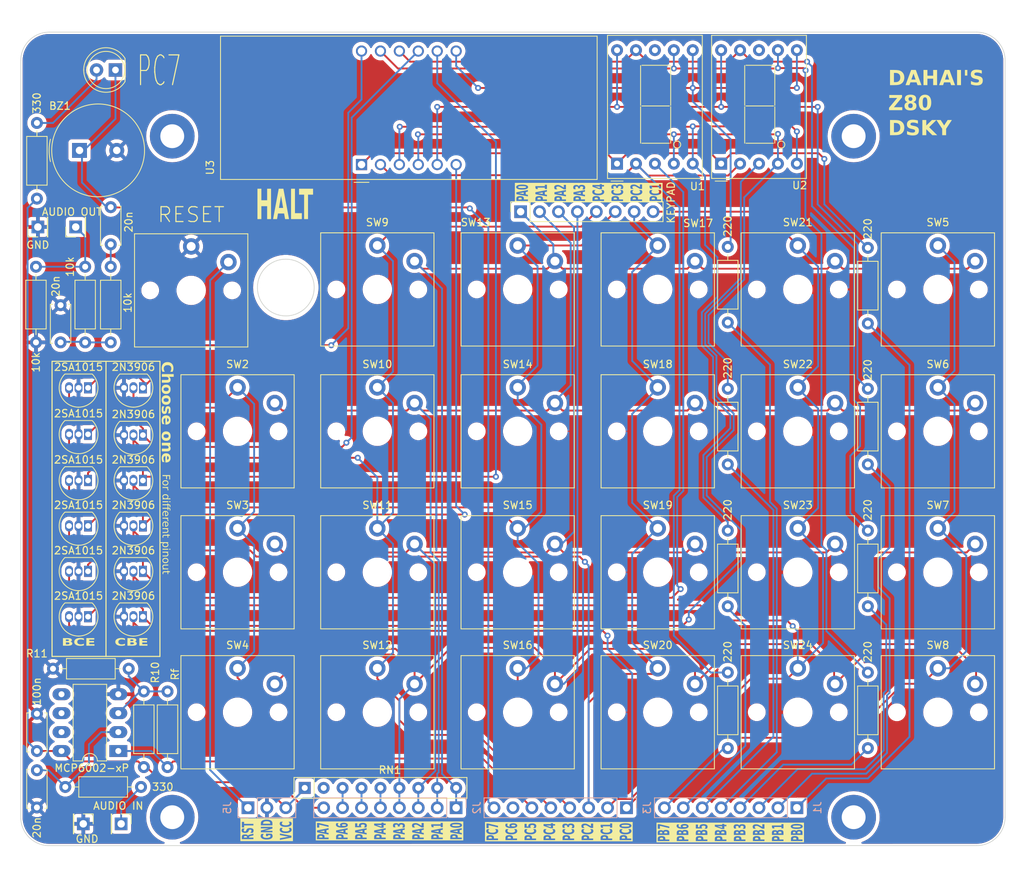
<source format=kicad_pcb>
(kicad_pcb (version 20221018) (generator pcbnew)
  (layers (0 "F.Cu" signal) (31 "B.Cu" signal) (34 "B.Paste" user) (35 "F.Paste" user) (36 "B.SilkS" user "B.Silkscreen") (37 "F.SilkS" user "F.Silkscreen") (38 "B.Mask" user) (39 "F.Mask" user) (44 "Edge.Cuts" user))
  (net 0 "")
  (net 1 "PB0")
  (net 2 "PB1")
  (net 3 "PB2")
  (net 4 "PB3")
  (net 5 "PB4")
  (net 6 "PB5")
  (net 7 "PB6")
  (net 8 "PB7")
  (net 9 "PA0")
  (net 10 "PA1")
  (net 11 "PA2")
  (net 12 "PA3")
  (net 13 "Net-(J2-Pin_5)")
  (net 14 "Net-(J2-Pin_6)")
  (net 15 "Net-(J2-Pin_7)")
  (net 16 "/PC7")
  (net 17 "PC0")
  (net 18 "PC1")
  (net 19 "PC2")
  (net 20 "PC3")
  (net 21 "PC4")
  (net 22 "PC5")
  (net 24 "/PA7")
  (net 25 "/RESET")
  (net 26 "/GND")
  (net 27 "Net-(D1-A)")
  (net 28 "Net-(Q1-E)")
  (net 29 "Net-(Q2-E)")
  (net 30 "Net-(Q3-E)")
  (net 31 "Net-(Q10-E)")
  (net 32 "Net-(Q11-E)")
  (net 33 "Net-(Q12-E)")
  (net 34 "Net-(U1-A)")
  (net 35 "Net-(U4A-+)")
  (net 36 "Net-(U4A--)")
  (net 40 "Net-(U1-B)")
  (net 41 "Net-(U1-C)")
  (net 44 "/VCC")
  (net 45 "Net-(U1-D)")
  (net 46 "Net-(U1-E)")
  (net 47 "Net-(U1-F)")
  (net 48 "Net-(U1-G)")
  (net 49 "Net-(U1-DP)")
  (net 50 "Net-(C2-Pad2)")
  (net 51 "Net-(C3-Pad1)")
  (net 52 "Net-(R14-Pad1)")
  (net 53 "Net-(R16-Pad1)")
  (footprint "PCM_Switch_Keyboard_Kailh:SW_Kailh_Choc_V1" (layer "F.Cu") (at 188.087 75.184)
    (fp_text reference "SW21")
    (fp_text value "F")
  )
  (footprint "Package_TO_SOT_THT:TO-92_Inline" (layer "F.Cu") (at 92.837002 106.934 180)
    (fp_text reference "Q10" hide)
    (fp_text value "2SA1015")
  )
  (footprint "PCM_Switch_Keyboard_Kailh:SW_Kailh_Choc_V1" (layer "F.Cu") (at 131.66 94.234)
    (fp_text reference "SW10")
    (fp_text value "8")
  )
  (footprint "Package_TO_SOT_THT:TO-92_Inline" (layer "F.Cu") (at 100.203001 100.838 180)
    (fp_text reference "Q3" hide)
    (fp_text value "2N3906")
  )
  (footprint "PCM_Switch_Keyboard_Kailh:SW_Kailh_Choc_V1" (layer "F.Cu") (at 131.66 131.953)
    (fp_text reference "SW12")
    (fp_text value "0")
  )
  (footprint "PCM_Switch_Keyboard_Kailh:SW_Kailh_Choc_V1" (layer "F.Cu") (at 206.883 113.157)
    (fp_text reference "SW7")
    (fp_text value "-")
  )
  (footprint "PCM_Switch_Keyboard_Kailh:SW_Kailh_Choc_V1" (layer "F.Cu") (at 150.495 75.184)
    (fp_text reference "SW13")
    (fp_text value "D")
  )
  (footprint "Connector_PinHeader_2.54mm:PinHeader_1x01_P2.54mm_Vertical" (layer "F.Cu") (at 92.202 146.939001 -90)
    (fp_text reference "TP4" hide)
    (fp_text value "GND")
  )
  (footprint "Resistor_THT:R_Axial_DIN0207_L6.3mm_D2.5mm_P10.16mm_Horizontal" (layer "F.Cu") (at 197.485 79.756 90)
    (fp_text reference "R5" hide)
    (fp_text value "220")
  )
  (footprint "Resistor_THT:R_Axial_DIN0207_L6.3mm_D2.5mm_P10.16mm_Horizontal" (layer "F.Cu") (at 178.689 98.679 90)
    (fp_text reference "R3" hide)
    (fp_text value "220")
  )
  (footprint "PCM_Switch_Keyboard_Kailh:SW_Kailh_Choc_V1" (layer "F.Cu") (at 206.883 131.953)
    (fp_text reference "SW8")
    (fp_text value "+")
  )
  (footprint "PCM_Switch_Keyboard_Kailh:SW_Kailh_Choc_V1" (layer "F.Cu") (at 169.291 131.953)
    (fp_text reference "SW20")
    (fp_text value "2")
  )
  (footprint "Connector_PinHeader_2.54mm:PinHeader_1x01_P2.54mm_Vertical" (layer "F.Cu") (at 91.185999 66.802 90)
    (fp_text reference "TP1" hide)
    (fp_text value "AUDIO OUT")
  )
  (footprint "Package_TO_SOT_THT:TO-92_Inline" (layer "F.Cu") (at 92.837002 88.392 180)
    (fp_text reference "Q7" hide)
    (fp_text value "2SA1015")
  )
  (footprint "Package_TO_SOT_THT:TO-92_Inline" (layer "F.Cu") (at 92.837002 100.838 180)
    (fp_text reference "Q9" hide)
    (fp_text value "2SA1015")
  )
  (footprint "Resistor_THT:R_Axial_DIN0207_L6.3mm_D2.5mm_P10.16mm_Horizontal" (layer "F.Cu") (at 197.485 136.779 90)
    (fp_text reference "R1" hide)
    (fp_text value "220")
  )
  (footprint "Package_TO_SOT_THT:TO-92_Inline" (layer "F.Cu") (at 92.837001 94.636 180)
    (fp_text reference "Q8" hide)
    (fp_text value "2SA1015")
  )
  (footprint "Connector_PinHeader_2.54mm:PinHeader_1x01_P2.54mm_Vertical" (layer "F.Cu") (at 86.106 66.802 90)
    (fp_text reference "TP3" hide)
    (fp_text value "GND")
  )
  (footprint "PCM_Switch_Keyboard_Kailh:SW_Kailh_Choc_V1" (layer "F.Cu") (at 169.291 75.184)
    (fp_text reference "SW17")
    (fp_text value "E")
  )
  (footprint "PCM_Switch_Keyboard_Kailh:SW_Kailh_Choc_V1" (layer "F.Cu") (at 131.66 113.157)
    (fp_text reference "SW11")
    (fp_text value "4")
  )
  (footprint "Connector_PinHeader_2.54mm:PinHeader_1x01_P2.54mm_Vertical" (layer "F.Cu") (at 97.282 146.939 -90)
    (fp_text reference "TP2" hide)
    (fp_text value "AUDIO IN")
  )
  (footprint "Resistor_THT:R_Axial_DIN0207_L6.3mm_D2.5mm_P10.16mm_Horizontal" (layer "F.Cu") (at 178.689 117.729 90)
    (fp_text reference "R8" hide)
    (fp_text value "220")
  )
  (footprint "Display_7Segment:CA56-12EWA" (layer "F.Cu") (at 129.54 58.42 90)
    (fp_text reference "U3")
    (fp_text value "CC56-12EWA")
  )
  (footprint "PCM_Switch_Keyboard_Kailh:SW_Kailh_Choc_V1" (layer "F.Cu") (at 112.903 94.234)
    (fp_text reference "SW2")
    (fp_text value "TO TAPE")
  )
  (footprint "PCM_Switch_Keyboard_Kailh:SW_Kailh_Choc_V1" (layer "F.Cu") (at 112.903 113.157)
    (fp_text reference "SW3")
    (fp_text value "FROM TAPE")
  )
  (footprint "Package_TO_SOT_THT:TO-92_Inline" (layer "F.Cu") (at 92.837001 119.126 180)
    (fp_text reference "Q12" hide)
    (fp_text value "2SA1015")
  )
  (footprint "Resistor_THT:R_Axial_DIN0207_L6.3mm_D2.5mm_P10.16mm_Horizontal" (layer "F.Cu") (at 100.33 129.159 -90)
    (fp_text reference "R10" hide)
    (fp_text value "R10")
  )
  (footprint "Package_TO_SOT_THT:TO-92_Inline" (layer "F.Cu") (at 100.203001 94.742 180)
    (fp_text reference "Q2" hide)
    (fp_text value "2N3906")
  )
  (footprint "PCM_Switch_Keyboard_Kailh:SW_Kailh_Choc_V1" (layer "F.Cu") (at 131.66 75.184)
    (fp_text reference "SW9")
    (fp_text value "C")
  )
  (footprint "Package_DIP:DIP-8_W7.62mm_LongPads" (layer "F.Cu") (at 96.901 137.16 180)
    (fp_text reference "U4" hide)
    (fp_text value "MCP6002-xP")
  )
  (footprint "Package_TO_SOT_THT:TO-92_Inline" (layer "F.Cu") (at 100.203001 88.392 180)
    (fp_text reference "Q1" hide)
    (fp_text value "2N3906")
  )
  (footprint "Connector_PinSocket_2.54mm:PinSocket_1x08_P2.54mm_Vertical" (layer "F.Cu") (at 150.891 64.745 90)
    (fp_text reference "J4" hide)
    (fp_text value "KEYPAD")
  )
  (footprint "Buzzer_Beeper:Buzzer_TDK_PS1240P02BT_D12.2mm_H6.5mm" (layer "F.Cu") (at 91.694 56.515)
    (fp_text reference "BZ1")
    (fp_text value "Buzzer")
  )
  (footprint "PCM_Switch_Keyboard_Kailh:SW_Kailh_Choc_V1" (layer "F.Cu") (at 188.087 113.157)
    (fp_text reference "SW23")
    (fp_text value "7")
  )
  (footprint "Resistor_THT:R_Array_SIP9" (layer "F.Cu") (at 121.92 142.113)
    (fp_text reference "RN1")
    (fp_text value "10k")
  )
  (footprint "PCM_Switch_Keyboard_Kailh:SW_Kailh_Choc_V1" (layer "F.Cu") (at 188.087 131.953)
    (fp_text reference "SW24")
    (fp_text value "3")
  )
  (footprint "Package_TO_SOT_THT:TO-92_Inline" (layer "F.Cu") (at 100.203001 119.126 180)
    (fp_text reference "Q6" hide)
    (fp_text value "2N3906")
  )
  (footprint "PCM_Switch_Keyboard_Kailh:SW_Kailh_Choc_V1" (layer "F.Cu") (at 188.087 94.234)
    (fp_text reference "SW22")
    (fp_text value "B")
  )
  (footprint "Resistor_THT:R_Axial_DIN0207_L6.3mm_D2.5mm_P10.16mm_Horizontal" (layer "F.Cu") (at 95.885 82.296 90)
    (fp_text reference "R13" hide)
    (fp_text value "10k")
  )
  (footprint "Resistor_THT:R_Axial_DIN0207_L6.3mm_D2.5mm_P10.16mm_Horizontal" (layer "F.Cu") (at 178.689 136.779 90)
    (fp_text reference "R4" hide)
    (fp_text value "220")
  )
  (footprint "Capacitor_THT:C_Disc_D5.0mm_W2.5mm_P5.00mm" (layer "F.Cu") (at 85.979 137.16 90)
    (fp_text reference "C1" hide)
    (fp_text value "100n")
  )
  (footprint "Resistor_THT:R_Axial_DIN0207_L6.3mm_D2.5mm_P10.16mm_Horizontal" (layer "F.Cu") (at 92.456 72.136 -90)
    (fp_text reference "R14" hide)
    (fp_text value "10k")
  )
  (footprint "Resistor_THT:R_Axial_DIN0207_L6.3mm_D2.5mm_P10.16mm_Horizontal" (layer "F.Cu") (at 197.485 98.679 90)
    (fp_text reference "R7" hide)
    (fp_text value "220")
  )
  (footprint "PCM_Switch_Keyboard_Kailh:SW_Kailh_Choc_V1" (layer "F.Cu") (at 150.495 113.157)
    (fp_text reference "SW15")
    (fp_text value "5")
  )
  (footprint "PCM_Switch_Keyboard_Kailh:SW_Kailh_Choc_V1" (layer "F.Cu") (at 106.68 75.311)
    (fp_text reference "SW1" hide)
    (fp_text value "RESET")
  )
  (footprint "Resistor_THT:R_Axial_DIN0207_L6.3mm_D2.5mm_P10.16mm_Horizontal" (layer "F.Cu") (at 88.138 126.111)
    (fp_text reference "R11" hide)
    (fp_text value "R11")
  )
  (footprint "PCM_Switch_Keyboard_Kailh:SW_Kailh_Choc_V1" (layer "F.Cu") (at 150.495 131.953)
    (fp_text reference "SW16")
    (fp_text value "1")
  )
  (footprint "Capacitor_THT:C_Disc_D5.0mm_W2.5mm_P5.00mm" (layer "F.Cu") (at 85.979 139.74 -90)
    (fp_text reference "C4" hide)
    (fp_text value "20n")
  )
  (footprint "Package_TO_SOT_THT:TO-92_Inline" (layer "F.Cu") (at 100.203001 113.03 180)
    (fp_text reference "Q5" hide)
    (fp_text value "2N3906")
  )
  (footprint "Capacitor_THT:C_Disc_D5.0mm_W2.5mm_P5.00mm" (layer "F.Cu") (at 95.885 64.135 -90)
    (fp_text reference "C2" hide)
    (fp_text value "20n")
  )
  (footprint "PCM_Switch_Keyboard_Kailh:SW_Kailh_Choc_V1" (layer "F.Cu") (at 169.291 94.234)
    (fp_text reference "SW18")
    (fp_text value "A")
  )
  (footprint "Capacitor_THT:C_Disc_D5.0mm_W2.5mm_P5.00mm" (layer "F.Cu") (at 89.154 82.296 90)
    (fp_text reference "C3" hide)
    (fp_text value "20n")
  )
  (footprint "PCM_Switch_Keyboard_Kailh:SW_Kailh_Choc_V1" (layer "F.Cu") (at 150.495 94.234)
    (fp_text reference "SW14")
    (fp_text value "9")
  )
  (footprint "Package_TO_SOT_THT:TO-92_Inline" (layer "F.Cu") (at 92.837002 113.030001 180)
    (fp_text reference "Q11" hide)
    (fp_text value "2SA1015")
  )
  (footprint "Resistor_THT:R_Axial_DIN0207_L6.3mm_D2.5mm_P10.16mm_Horizontal" (layer "F.Cu") (at 85.852 72.136 -90)
    (fp_text reference "R15" hide)
    (fp_text value "10k")
  )
  (footprint "Display_7Segment:D1X8K" (layer "F.Cu") (at 177.8 58.2975 90)
    (fp_text reference "U2")
    (fp_text value "D148K")
  )
  (footprint "PCM_Switch_Keyboard_Kailh:SW_Kailh_Choc_V1" (layer "F.Cu") (at 112.903 131.953)
    (fp_text reference "SW4")
    (fp_text value "GO")
  )
  (footprint "Resistor_THT:R_Axial_DIN0207_L6.3mm_D2.5mm_P10.16mm_Horizontal" (layer "F.Cu") (at 85.979 52.832 -90)
    (fp_text reference "R9" hide)
    (fp_text value "330")
  )
  (footprint "Display_7Segment:D1X8K" (layer "F.Cu") (at 163.83 58.2975 90)
    (fp_text reference "U1")
    (fp_text value "D148K")
  )
  (footprint "PCM_Switch_Keyboard_Kailh:SW_Kailh_Choc_V1" (layer "F.Cu") (at 206.883 75.184)
    (fp_text reference "SW5")
    (fp_text value "ADDR")
  )
  (footprint "Package_TO_SOT_THT:TO-92_Inline" (layer "F.Cu") (at 100.203001 106.934 180)
    (fp_text reference "Q4" hide)
    (fp_text value "2N3906")
  )
  (footprint "PCM_Switch_Keyboard_Kailh:SW_Kailh_Choc_V1" (layer "F.Cu") (at 206.883 94.234)
    (fp_text reference "SW6")
    (fp_text value "DATA")
  )
  (footprint "PCM_Switch_Keyboard_Kailh:SW_Kailh_Choc_V1" (layer "F.Cu") (at 169.291 113.157)
    (fp_text reference "SW19")
    (fp_text value "6")
  )
  (footprint "Resistor_THT:R_Axial_DIN0207_L6.3mm_D2.5mm_P10.16mm_Horizontal" (layer "F.Cu") (at 103.505 129.159 -90)
    (fp_text reference "R12" hide)
    (fp_text value "Rf")
  )
  (footprint "Resistor_THT:R_Axial_DIN0207_L6.3mm_D2.5mm_P10.16mm_Horizontal" (layer "F.Cu") (at 178.689 79.629 90)
    (fp_text reference "R2" hide)
    (fp_text value "220")
  )
  (footprint "Resistor_THT:R_Axial_DIN0207_L6.3mm_D2.5mm_P10.16mm_Horizontal" (layer "F.Cu") (at 99.949 141.986 180)
    (fp_text reference "R16" hide)
    (fp_text value "330")
  )
  (footprint "LED_THT:LED_D5.0mm_Clear" (layer "F.Cu") (at 96.52 45.72 180)
    (fp_text reference "D1" hide)
    (fp_text value "PC7")
  )
  (footprint "Resistor_THT:R_Axial_DIN0207_L6.3mm_D2.5mm_P10.16mm_Horizontal" (layer "F.Cu") (at 197.485 117.729 90)
    (fp_text reference "R6" hide)
    (fp_text value "220")
  )
  (footprint "PCM_SL_Mechanical:MountingHole_3.2mm_With_Spacer_H10mm" (layer "B.Cu") (at 195.58 54.61 180)
    (fp_text reference "REF**" hide)
    (fp_text value "MountingHole_3.2mm_With_Spacer_H10mm")
  )
  (footprint "Connector_PinSocket_2.54mm:PinSocket_1x08_P2.54mm_Vertical" (layer "B.Cu") (at 142.24 144.78 90)
    (fp_text reference "J2")
    (fp_text value "PA")
  )
  (footprint "PCM_SL_Mechanical:MountingHole_3.2mm_With_Spacer_H10mm" (layer "B.Cu") (at 195.58 146.05 180)
    (fp_text reference "REF**" hide)
    (fp_text value "MountingHole_3.2mm_With_Spacer_H10mm")
  )
  (footprint "PCM_SL_Mechanical:MountingHole_3.2mm_With_Spacer_H10mm" (layer "B.Cu") (at 104.14 54.61 180)
    (fp_text reference "REF**" hide)
    (fp_text value "MountingHole_3.2mm_With_Spacer_H10mm")
  )
  (footprint "Connector_PinSocket_2.54mm:PinSocket_1x08_P2.54mm_Vertical" (layer "B.Cu") (at 187.96 144.78 90)
    (fp_text reference "J1")
    (fp_text value "PB")
  )
  (footprint "Connector_PinSocket_2.54mm:PinSocket_1x03_P2.54mm_Vertical" (layer "B.Cu") (at 114.3 144.78 -90)
    (fp_text reference "J5")
    (fp_text value "Conn_01x03_Pin")
  )
  (footprint "Connector_PinSocket_2.54mm:PinSocket_1x08_P2.54mm_Vertical" (layer "B.Cu") (at 165.1 144.78 90)
    (fp_text reference "J3")
    (fp_text value "PC")
  )
  (footprint "PCM_SL_Mechanical:MountingHole_3.2mm_With_Spacer_H10mm" (layer "B.Cu") (at 104.14 146.05 180)
    (fp_text reference "REF**" hide)
    (fp_text value "MountingHole_3.2mm_With_Spacer_H10mm")
  )
  (gr_line (start 88.011001 84.836) (end 88.011001 124.46) (stroke (width 0.15)) (layer "F.SilkS"))
  (gr_line (start 95.250001 84.836) (end 95.250001 124.46) (stroke (width 0.15)) (layer "F.SilkS"))
  (gr_line (start 88.011001 124.46) (end 102.489001 124.46) (stroke (width 0.15)) (layer "F.SilkS"))
  (gr_line (start 102.489001 84.836) (end 88.011001 84.836) (stroke (width 0.15)) (layer "F.SilkS"))
  (gr_line (start 102.489001 124.46) (end 102.489001 84.836) (stroke (width 0.15)) (layer "F.SilkS"))
  (gr_line (start 83.82 44.45) (end 83.82 146.304) (stroke (width 0.1)) (layer "Edge.Cuts"))
  (gr_line (start 87.63 149.868457) (end 212.09 149.86) (stroke (width 0.1)) (layer "Edge.Cuts"))
  (gr_line (start 212.09 40.64) (end 87.63 40.64) (stroke (width 0.1)) (layer "Edge.Cuts"))
  (gr_arc (start 83.82 44.45) (mid 84.935923 41.755923) (end 87.63 40.64) (stroke (width 0.1)) (layer "Edge.Cuts"))
  (gr_circle (center 119.38 74.93) (end 123.19 74.93) (stroke (width 0.1)) (fill none) (layer "Edge.Cuts"))
  (gr_arc (start 215.9 146.05) (mid 214.784077 148.744077) (end 212.09 149.86) (stroke (width 0.1)) (layer "Edge.Cuts"))
  (gr_arc (start 212.09 40.64) (mid 214.698705 41.670044) (end 215.9 44.204457) (stroke (width 0.1)) (layer "Edge.Cuts"))
  (gr_arc (start 87.63 149.868457) (mid 85.021291 148.838414) (end 83.82 146.304) (stroke (width 0.1)) (layer "Edge.Cuts"))
  (gr_line (start 215.9 146.05) (end 215.9 44.204457) (stroke (width 0.1)) (layer "Edge.Cuts"))
  (gr_text "HALT" (at 115.316 66.421) (layer "F.SilkS") (effects (font (size 4 2)) (justify left bottom)))
  (gr_text "PC7\nPC6\nPC5\nPC4\nPC3\nPC2\nPC1\nPC0" (at 165.989 149.225 90) (layer "F.SilkS" knockout) (effects (font (size 1.52 0.8)) (justify left bottom)))
  (gr_text "CBE" (at 96.393 123.19) (layer "F.SilkS") (effects (font (size 1 1.5)) (justify left bottom)))
  (gr_text "PB7\nPB6\nPB5\nPB4\nPB3\nPB2\nPB1\nPB0" (at 188.976 149.352 90) (layer "F.SilkS" knockout) (effects (font (size 1.52 0.8)) (justify left bottom)))
  (gr_text "BCE" (at 89.281001 123.19) (layer "F.SilkS") (effects (font (size 1 1.5)) (justify left bottom)))
  (gr_text "PA0\nPA1\nPA2\nPA3\nPC4\nPC3\nPC2\nPC1" (at 170.001 63.415 90) (layer "F.SilkS" knockout) (effects (font (size 1.52 0.8)) (justify left bottom)))
  (gr_text "For different pinout" (at 102.6668 99.9744 270) (layer "F.SilkS") (effects (font (size 1 1) (thickness 0.125)) (justify left bottom)))
  (gr_text "RST\nGND\nVCC" (at 120.396 149.098 90) (layer "F.SilkS" knockout) (effects (font (size 1.52 0.8)) (justify left bottom)))
  (gr_text "PA7\nPA6\nPA5\nPA4\nPA3\nPA2\nPA1\nPA0" (at 143.256 149.098 90) (layer "F.SilkS" knockout) (effects (font (size 1.52 0.8)) (justify left bottom)))
  (gr_text "Choose one" (at 102.489001 84.836 -90) (layer "F.SilkS") (effects (font (size 1.5 1.5) (thickness 0.3) bold) (justify left bottom)))
  (gr_text "DAHAI'S\nZ80\nDSKY" (at 200.2028 54.8132) (layer "F.SilkS") (effects (font (size 2 2)) (justify left bottom)))
  (segment (start 203.073 85.344) (end 203.073 135.255) (width 0.25) (layer "B.Cu") (net 1))
  (segment (start 203.073 135.255) (end 197.485 140.843) (width 0.25) (layer "B.Cu") (net 1))
  (segment (start 191.897 140.843) (end 187.96 144.78) (width 0.25) (layer "B.Cu") (net 1))
  (segment (start 197.485 140.843) (end 191.897 140.843) (width 0.25) (layer "B.Cu") (net 1))
  (segment (start 197.485 79.756) (end 203.073 85.344) (width 0.25) (layer "B.Cu") (net 1))
  (segment (start 200.058 129.6848) (end 200.058 137.4064) (width 0.25) (layer "B.Cu") (net 2))
  (segment (start 197.485 98.679) (end 200.406 101.6) (width 0.25) (layer "B.Cu") (net 2))
  (segment (start 198.882 115.1382) (end 200.406 116.6622) (width 0.25) (layer "B.Cu") (net 2))
  (segment (start 200.406 101.6) (end 200.406 109.8296) (width 0.25) (layer "B.Cu") (net 2))
  (segment (start 189.992 140.208) (end 185.42 144.78) (width 0.25) (layer "B.Cu") (net 2))
  (segment (start 200.406 129.3368) (end 200.058 129.6848) (width 0.25) (layer "B.Cu") (net 2))
  (segment (start 197.2564 140.208) (end 189.992 140.208) (width 0.25) (layer "B.Cu") (net 2))
  (segment (start 200.406 109.8296) (end 198.882 111.3536) (width 0.25) (layer "B.Cu") (net 2))
  (segment (start 200.406 116.6622) (end 200.406 129.3368) (width 0.25) (layer "B.Cu") (net 2))
  (segment (start 200.058 137.4064) (end 197.2564 140.208) (width 0.25) (layer "B.Cu") (net 2))
  (segment (start 198.882 111.3536) (end 198.882 115.1382) (width 0.25) (layer "B.Cu") (net 2))
  (segment (start 199.608 137.069) (end 199.608 129.3728) (width 0.25) (layer "B.Cu") (net 3))
  (segment (start 199.956 120.2) (end 197.485 117.729) (width 0.25) (layer "B.Cu") (net 3))
  (segment (start 182.88 144.78) (end 188.0616 139.5984) (width 0.25) (layer "B.Cu") (net 3))
  (segment (start 199.608 129.3728) (end 199.956 129.0248) (width 0.25) (layer "B.Cu") (net 3))
  (segment (start 188.0616 139.5984) (end 197.0786 139.5984) (width 0.25) (layer "B.Cu") (net 3))
  (segment (start 199.956 129.0248) (end 199.956 120.2) (width 0.25) (layer "B.Cu") (net 3))
  (segment (start 197.0786 139.5984) (end 199.608 137.069) (width 0.25) (layer "B.Cu") (net 3))
  (segment (start 195.2752 138.9888) (end 197.485 136.779) (width 0.25) (layer "B.Cu") (net 4))
  (segment (start 186.1312 138.9888) (end 195.2752 138.9888) (width 0.25) (layer "B.Cu") (net 4))
  (segment (start 180.34 144.78) (end 186.1312 138.9888) (width 0.25) (layer "B.Cu") (net 4))
  (segment (start 185.2604 104.614004) (end 185.2604 137.3196) (width 0.25) (layer "B.Cu") (net 5))
  (segment (start 184.3532 85.2932) (end 184.3532 103.706804) (width 0.25) (layer "B.Cu") (net 5))
  (segment (start 185.2604 137.3196) (end 177.8 144.78) (width 0.25) (layer "B.Cu") (net 5))
  (segment (start 184.3532 103.706804) (end 185.2604 104.614004) (width 0.25) (layer "B.Cu") (net 5))
  (segment (start 178.689 79.629) (end 184.3532 85.2932) (width 0.25) (layer "B.Cu") (net 5))
  (segment (start 184.8104 104.8004) (end 184.8104 135.2296) (width 0.25) (layer "B.Cu") (net 6))
  (segment (start 178.689 98.679) (end 184.8104 104.8004) (width 0.25) (layer "B.Cu") (net 6))
  (segment (start 184.8104 135.2296) (end 175.26 144.78) (width 0.25) (layer "B.Cu") (net 6))
  (segment (start 181.0512 136.4488) (end 181.0512 120.3452) (width 0.25) (layer "B.Cu") (net 7))
  (segment (start 178.689 117.983) (end 178.689 117.729) (width 0.25) (layer "B.Cu") (net 7))
  (segment (start 181.0512 120.3452) (end 178.689 117.983) (width 0.25) (layer "B.Cu") (net 7))
  (segment (start 172.72 144.78) (end 181.0512 136.4488) (width 0.25) (layer "B.Cu") (net 7))
  (segment (start 178.181 136.779) (end 178.689 136.779) (width 0.25) (layer "B.Cu") (net 8))
  (segment (start 170.18 144.78) (end 178.181 136.779) (width 0.25) (layer "B.Cu") (net 8))
  (segment (start 192.071 72.4) (end 175.307 72.4) (width 0.25) (layer "F.Cu") (net 9))
  (segment (start 175.307 72.4) (end 174.291 71.384) (width 0.25) (layer "F.Cu") (net 9))
  (segment (start 156.511 72.4) (end 155.495 71.384) (width 0.25) (layer "F.Cu") (net 9))
  (segment (start 193.087 71.384) (end 192.071 72.4) (width 0.25) (layer "F.Cu") (net 9))
  (segment (start 211.883 71.384) (end 210.867 72.4) (width 0.25) (layer "F.Cu") (net 9))
  (segment (start 210.867 72.4) (end 194.103 72.4) (width 0.25) (layer "F.Cu") (net 9))
  (segment (start 174.291 71.384) (end 173.275 72.4) (width 0.25) (layer "F.Cu") (net 9))
  (segment (start 173.275 72.4) (end 156.511 72.4) (width 0.25) (layer "F.Cu") (net 9))
  (segment (start 137.676 72.4) (end 136.66 71.384) (width 0.25) (layer "F.Cu") (net 9))
  (segment (start 194.103 72.4) (end 193.087 71.384) (width 0.25) (layer "F.Cu") (net 9))
  (segment (start 154.479 72.4) (end 137.676 72.4) (width 0.25) (layer "F.Cu") (net 9))
  (segment (start 155.495 71.384) (end 154.479 72.4) (width 0.25) (layer "F.Cu") (net 9))
  (segment (start 155.28 71.169) (end 155.495 71.384) (width 0.25) (layer "B.Cu") (net 9))
  (segment (start 155.28 69.134) (end 155.28 71.169) (width 0.25) (layer "B.Cu") (net 9))
  (segment (start 150.891 64.745) (end 155.28 69.134) (width 0.25) (layer "B.Cu") (net 9))
  (segment (start 140.346 140.199792) (end 140.346 75.07) (width 0.25) (layer "B.Cu") (net 9))
  (segment (start 140.346 75.07) (end 136.66 71.384) (width 0.25) (layer "B.Cu") (net 9))
  (segment (start 142.24 144.78) (end 142.24 142.113) (width 0.25) (layer "B.Cu") (net 9))
  (segment (start 142.24 142.113) (end 140.336396 140.209396) (width 0.25) (layer "B.Cu") (net 9))
  (segment (start 140.336396 140.209396) (end 140.346 140.199792) (width 0.25) (layer "B.Cu") (net 9))
  (segment (start 137.676 91.45) (end 154.479 91.45) (width 0.25) (layer "F.Cu") (net 10))
  (segment (start 117.903 90.434) (end 118.919 91.45) (width 0.25) (layer "F.Cu") (net 10))
  (segment (start 210.867 91.45) (end 211.883 90.434) (width 0.25) (layer "F.Cu") (net 10))
  (segment (start 173.275 91.45) (end 174.291 90.434) (width 0.25) (layer "F.Cu") (net 10))
  (segment (start 154.479 91.45) (end 155.495 90.434) (width 0.25) (layer "F.Cu") (net 10))
  (segment (start 175.307 91.45) (end 192.071 91.45) (width 0.25) (layer "F.Cu") (net 10))
  (segment (start 156.511 91.45) (end 173.275 91.45) (width 0.25) (layer "F.Cu") (net 10))
  (segment (start 192.071 91.45) (end 193.087 90.434) (width 0.25) (layer "F.Cu") (net 10))
  (segment (start 193.087 90.434) (end 194.103 91.45) (width 0.25) (layer "F.Cu") (net 10))
  (segment (start 136.66 90.434) (end 137.676 91.45) (width 0.25) (layer "F.Cu") (net 10))
  (segment (start 118.919 91.45) (end 135.644 91.45) (width 0.25) (layer "F.Cu") (net 10))
  (segment (start 174.291 90.434) (end 175.307 91.45) (width 0.25) (layer "F.Cu") (net 10))
  (segment (start 135.644 91.45) (end 136.66 90.434) (width 0.25) (layer "F.Cu") (net 10))
  (segment (start 194.103 91.45) (end 210.867 91.45) (width 0.25) (layer "F.Cu") (net 10))
  (segment (start 155.495 90.434) (end 156.511 91.45) (width 0.25) (layer "F.Cu") (net 10))
  (segment (start 139.896 111.575) (end 138.811 110.49) (width 0.25) (layer "B.Cu") (net 10))
  (segment (start 139.7 142.113) (end 139.7 144.78) (width 0.25) (layer "B.Cu") (net 10))
  (segment (start 139.7 142.113) (end 139.7 140.209396) (width 0.25) (layer "B.Cu") (net 10))
  (segment (start 153.431 64.745) (end 157.611 68.925) (width 0.25) (layer "B.Cu") (net 10))
  (segment (start 157.611 88.064) (end 155.495 90.18) (width 0.25) (layer "B.Cu") (net 10))
  (segment (start 138.811 110.49) (end 138.811 92.585) (width 0.25) (layer "B.Cu") (net 10))
  (segment (start 139.896 140.013396) (end 139.896 111.575) (width 0.25) (layer "B.Cu") (net 10))
  (segment (start 157.611 68.925) (end 157.611 88.064) (width 0.25) (layer "B.Cu") (net 10))
  (segment (start 139.7 140.209396) (end 139.896 140.013396) (width 0.25) (layer "B.Cu") (net 10))
  (segment (start 155.495 90.18) (end 155.495 90.434) (width 0.25) (layer "B.Cu") (net 10))
  (segment (start 138.811 92.585) (end 136.66 90.434) (width 0.25) (layer "B.Cu") (net 10))
  (segment (start 173.148 110.5) (end 156.638 110.5) (width 0.25) (layer "F.Cu") (net 11))
  (segment (start 191.944 110.5) (end 175.434 110.5) (width 0.25) (layer "F.Cu") (net 11))
  (segment (start 194.23 110.5) (end 193.087 109.357) (width 0.25) (layer "F.Cu") (net 11))
  (segment (start 174.291 109.357) (end 173.148 110.5) (width 0.25) (layer "F.Cu") (net 11))
  (segment (start 210.74 110.5) (end 194.23 110.5) (width 0.25) (layer "F.Cu") (net 11))
  (segment (start 119.046 110.5) (end 117.903 109.357) (width 0.25) (layer "F.Cu") (net 11))
  (segment (start 211.883 109.357) (end 210.74 110.5) (width 0.25) (layer "F.Cu") (net 11))
  (segment (start 136.66 109.357) (end 135.517 110.5) (width 0.25) (layer "F.Cu") (net 11))
  (segment (start 154.352 110.5) (end 137.803 110.5) (width 0.25) (layer "F.Cu") (net 11))
  (segment (start 137.803 110.5) (end 136.66 109.357) (width 0.25) (layer "F.Cu") (net 11))
  (segment (start 155.495 109.357) (end 154.352 110.5) (width 0.25) (layer "F.Cu") (net 11))
  (segment (start 156.638 110.5) (end 155.495 109.357) (width 0.25) (layer "F.Cu") (net 11))
  (segment (start 193.087 109.357) (end 191.944 110.5) (width 0.25) (layer "F.Cu") (net 11))
  (segment (start 135.517 110.5) (end 119.046 110.5) (width 0.25) (layer "F.Cu") (net 11))
  (segment (start 175.434 110.5) (end 174.291 109.357) (width 0.25) (layer "F.Cu") (net 11))
  (segment (start 158.061 107.719) (end 156.423 109.357) (width 0.25) (layer "B.Cu") (net 11))
  (segment (start 158.061 66.835) (end 158.061 107.719) (width 0.25) (layer "B.Cu") (net 11))
  (segment (start 156.423 109.357) (end 155.495 109.357) (width 0.25) (layer "B.Cu") (net 11))
  (segment (start 139.446 112.143) (end 136.66 109.357) (width 0.25) (layer "B.Cu") (net 11))
  (segment (start 137.16 144.78) (end 137.16 142.113) (width 0.25) (layer "B.Cu") (net 11))
  (segment (start 139.446 139.827) (end 139.446 112.143) (width 0.25) (layer "B.Cu") (net 11))
  (segment (start 155.971 64.745) (end 158.061 66.835) (width 0.25) (layer "B.Cu") (net 11))
  (segment (start 137.16 142.113) (end 139.446 139.827) (width 0.25) (layer "B.Cu") (net 11))
  (segment (start 136.66 125.992) (end 134.112 123.444) (width 0.25) (layer "F.Cu") (net 12))
  (segment (start 193.087 128.153) (end 192.96 128.026) (width 0.25) (layer "F.Cu") (net 12))
  (segment (start 192.96 128.026) (end 192.96 125.904) (width 0.25) (layer "F.Cu") (net 12))
  (segment (start 192.96 125.904) (end 189.865 122.809) (width 0.25) (layer "F.Cu") (net 12))
  (segment (start 211.883 128.153) (end 212.01 128.026) (width 0.25) (layer "F.Cu") (net 12))
  (segment (start 189.865 122.809) (end 179.635 122.809) (width 0.25) (layer "F.Cu") (net 12))
  (segment (start 171.831 123.444) (end 160.204 123.444) (width 0.25) (layer "F.Cu") (net 12))
  (segment (start 198.431 122.809) (end 193.087 128.153) (width 0.25) (layer "F.Cu") (net 12))
  (segment (start 179.635 122.809) (end 174.291 128.153) (width 0.25) (layer "F.Cu") (net 12))
  (segment (start 212.01 126.031) (end 208.788 122.809) (width 0.25) (layer "F.Cu") (net 12))
  (segment (start 155.495 128.153) (end 155.495 126.031) (width 0.25) (layer "F.Cu") (net 12))
  (segment (start 212.01 128.026) (end 212.01 126.031) (width 0.25) (layer "F.Cu") (net 12))
  (segment (start 160.204 123.444) (end 155.495 128.153) (width 0.25) (layer "F.Cu") (net 12))
  (segment (start 174.291 125.904) (end 171.831 123.444) (width 0.25) (layer "F.Cu") (net 12))
  (segment (start 136.66 128.153) (end 136.66 125.992) (width 0.25) (layer "F.Cu") (net 12))
  (segment (start 134.112 123.444) (end 122.612 123.444) (width 0.25) (layer "F.Cu") (net 12))
  (segment (start 152.781 123.317) (end 141.496 123.317) (width 0.25) (layer "F.Cu") (net 12))
  (segment (start 141.496 123.317) (end 136.66 128.153) (width 0.25) (layer "F.Cu") (net 12))
  (segment (start 155.495 126.031) (end 152.781 123.317) (width 0.25) (layer "F.Cu") (net 12))
  (segment (start 174.291 128.153) (end 174.291 125.904) (width 0.25) (layer "F.Cu") (net 12))
  (segment (start 122.612 123.444) (end 117.903 128.153) (width 0.25) (layer "F.Cu") (net 12))
  (segment (start 208.788 122.809) (end 198.431 122.809) (width 0.25) (layer "F.Cu") (net 12))
  (segment (start 134.62 142.113) (end 134.62 144.78) (width 0.25) (layer "B.Cu") (net 12))
  (segment (start 158.511 64.745) (end 158.511 126.319) (width 0.25) (layer "B.Cu") (net 12))
  (segment (start 134.62 130.193) (end 136.66 128.153) (width 0.25) (layer "B.Cu") (net 12))
  (segment (start 134.62 142.113) (end 134.62 130.193) (width 0.25) (layer "B.Cu") (net 12))
  (segment (start 156.677 128.153) (end 155.495 128.153) (width 0.25) (layer "B.Cu") (net 12))
  (segment (start 158.511 126.319) (end 156.677 128.153) (width 0.25) (layer "B.Cu") (net 12))
  (segment (start 132.08 144.78) (end 132.08 142.113) (width 0.25) (layer "B.Cu") (net 13))
  (segment (start 129.54 142.113) (end 129.54 144.78) (width 0.25) (layer "B.Cu") (net 14))
  (segment (start 127 144.78) (end 127 142.113) (width 0.25) (layer "B.Cu") (net 15))
  (segment (start 144.0688 64.3128) (end 143.931 64.175) (width 0.25) (layer "F.Cu") (net 16))
  (segment (start 143.931 64.175) (end 95.925 64.175) (width 0.25) (layer "F.Cu") (net 16))
  (segment (start 95.925 64.175) (end 95.885 64.135) (width 0.25) (layer "F.Cu") (net 16))
  (via (at 144.0688 64.3128) (size 0.8) (drill 0.4) (layers "F.Cu" "B.Cu") (net 16))
  (segment (start 92.028 56.849) (end 92.028 60.826) (width 0.25) (layer "B.Cu") (net 16))
  (segment (start 95.337 64.135) (end 95.885 64.135) (width 0.25) (layer "B.Cu") (net 16))
  (segment (start 96.52 45.72) (end 96.52 52.277) (width 0.25) (layer "B.Cu") (net 16))
  (segment (start 92.028 60.826) (end 95.337 64.135) (width 0.25) (layer "B.Cu") (net 16))
  (segment (start 146.558 144.018) (end 147.32 144.78) (width 0.25) (layer "B.Cu") (net 16))
  (segment (start 92.282 56.515) (end 91.694 56.515) (width 0.25) (layer "B.Cu") (net 16))
  (segment (start 146.558 66.802) (end 146.558 144.018) (width 0.25) (layer "B.Cu") (net 16))
  (segment (start 144.0688 64.3128) (end 146.558 66.802) (width 0.25) (layer "B.Cu") (net 16))
  (segment (start 91.694 56.515) (end 92.028 56.849) (width 0.25) (layer "B.Cu") (net 16))
  (segment (start 96.52 52.277) (end 92.282 56.515) (width 0.25) (layer "B.Cu") (net 16))
  (segment (start 194.945 135.382) (end 202.187917 128.139083) (width 0.25) (layer "F.Cu") (net 17))
  (segment (start 100.077396 121.031) (end 98.933001 119.886605) (width 0.25) (layer "F.Cu") (net 17))
  (segment (start 98.933001 120.395999) (end 98.933001 119.126) (width 0.25) (layer "F.Cu") (net 17))
  (segment (start 165.1 144.78) (end 174.498 135.382) (width 0.25) (layer "F.Cu") (net 17))
  (segment (start 162.56 121.666) (end 161.925 121.031) (width 0.25) (layer "F.Cu") (net 17))
  (segment (start 91.313 121.285) (end 98.044 121.285) (width 0.25) (layer "F.Cu") (net 17))
  (segment (start 202.187917 128.139083) (end 204.796917 128.139083) (width 0.25) (layer "F.Cu") (net 17))
  (segment (start 174.498 135.382) (end 194.945 135.382) (width 0.25) (layer "F.Cu") (net 17))
  (segment (start 90.297001 119.126) (end 90.297001 120.269001) (width 0.25) (layer "F.Cu") (net 17))
  (segment (start 161.925 121.031) (end 100.077396 121.031) (width 0.25) (layer "F.Cu") (net 17))
  (segment (start 204.796917 128.139083) (end 206.883 126.053) (width 0.25) (layer "F.Cu") (net 17))
  (segment (start 98.933001 119.886605) (end 98.933001 119.126) (width 0.25) (layer "F.Cu") (net 17))
  (segment (start 90.297001 120.269001) (end 91.313 121.285) (width 0.25) (layer "F.Cu") (net 17))
  (segment (start 98.044 121.285) (end 98.933001 120.395999) (width 0.25) (layer "F.Cu") (net 17))
  (via (at 162.56 121.666) (size 0.8) (drill 0.4) (layers "F.Cu" "B.Cu") (net 17))
  (segment (start 207.01 107.257) (end 210.693 110.94) (width 0.25) (layer "B.Cu") (net 17))
  (segment (start 209.11 90.561) (end 209.11 105.03) (width 0.25) (layer "B.Cu") (net 17))
  (segment (start 209.11 71.511) (end 209.11 86.107) (width 0.25) (layer "B.Cu") (net 17))
  (segment (start 210.693 110.94) (end 210.693 123.767) (width 0.25) (layer "B.Cu") (net 17))
  (segment (start 208.407 126.053) (end 206.883 126.053) (width 0.25) (layer "B.Cu") (net 17))
  (segment (start 209.11 86.107) (end 206.883 88.334) (width 0.25) (layer "B.Cu") (net 17))
  (segment (start 209.11 105.03) (end 206.883 107.257) (width 0.25) (layer "B.Cu") (net 17))
  (segment (start 206.883 88.334) (end 209.11 90.561) (width 0.25) (layer "B.Cu") (net 17))
  (segment (start 162.56 121.666) (end 162.56 123.444) (width 0.25) (layer "B.Cu") (net 17))
  (segment (start 206.883 69.284) (end 209.11 71.511) (width 0.25) (layer "B.Cu") (net 17))
  (segment (start 210.693 123.767) (end 208.407 126.053) (width 0.25) (layer "B.Cu") (net 17))
  (segment (start 165.862 126.746) (end 165.862 144.018) (width 0.25) (layer "B.Cu") (net 17))
  (segment (start 206.883 107.257) (end 207.01 107.257) (width 0.25) (layer "B.Cu") (net 17))
  (segment (start 162.56 123.444) (end 165.862 126.746) (width 0.25) (layer "B.Cu") (net 17))
  (segment (start 165.862 144.018) (end 165.1 144.78) (width 0.25) (layer "B.Cu") (net 17))
  (segment (start 90.297002 113.030001) (end 90.297002 114.681002) (width 0.25) (layer "F.Cu") (net 18))
  (segment (start 175.006 117.602) (end 103.759 117.602) (width 0.25) (layer "F.Cu") (net 18))
  (segment (start 168.671 64.745) (end 183.548 64.745) (width 0.25) (layer "F.Cu") (net 18))
  (segment (start 181.793604 127.45) (end 165.638604 143.605) (width 0.25) (layer "F.Cu") (net 18))
  (segment (start 90.297002 114.681002) (end 91.059 115.443) (width 0.25) (layer "F.Cu") (net 18))
  (segment (start 165.638604 143.605) (end 163.735 143.605) (width 0.25) (layer "F.Cu") (net 18))
  (segment (start 186.69 127.45) (end 181.793604 127.45) (width 0.25) (layer "F.Cu") (net 18))
  (segment (start 103.759 117.602) (end 101.5746 115.4176) (width 0.25) (layer "F.Cu") (net 18))
  (segment (start 186.6392 119.634) (end 177.038 119.634) (width 0.25) (layer "F.Cu") (net 18))
  (segment (start 187.4012 120.396) (end 186.6392 119.634) (width 0.25) (layer "F.Cu") (net 18))
  (segment (start 101.5746 115.4176) (end 100.665601 115.4176) (width 0.25) (layer "F.Cu") (net 18))
  (segment (start 177.038 119.634) (end 175.006 117.602) (width 0.25) (layer "F.Cu") (net 18))
  (segment (start 98.044 115.443) (end 98.933001 114.553999) (width 0.25) (layer "F.Cu") (net 18))
  (segment (start 98.933001 114.553999) (end 98.933001 113.03) (width 0.25) (layer "F.Cu") (net 18))
  (segment (start 188.087 126.053) (end 186.69 127.45) (width 0.25) (layer "F.Cu") (net 18))
  (segment (start 91.059 115.443) (end 98.044 115.443) (width 0.25) (layer "F.Cu") (net 18))
  (segment (start 183.548 64.745) (end 188.087 69.284) (width 0.25) (layer "F.Cu") (net 18))
  (segment (start 100.665601 115.4176) (end 98.933001 113.685) (width 0.25) (layer "F.Cu") (net 18))
  (segment (start 163.735 143.605) (end 162.56 144.78) (width 0.25) (layer "F.Cu") (net 18))
  (segment (start 98.933001 113.685) (end 98.933001 113.03) (width 0.25) (layer "F.Cu") (net 18))
  (via (at 187.4012 120.396) (size 0.8) (drill 0.4) (layers "F.Cu" "B.Cu") (net 18))
  (segment (start 191.4724 110.7694) (end 191.4724 122.6676) (width 0.25) (layer "B.Cu") (net 18))
  (segment (start 188.087 69.411) (end 190.812 72.136) (width 0.25) (layer "B.Cu") (net 18))
  (segment (start 188.087 107.384) (end 191.4724 110.7694) (width 0.25) (layer "B.Cu") (net 18))
  (segment (start 188.087 88.207) (end 188.087 88.334) (width 0.25) (layer "B.Cu") (net 18))
  (segment (start 190.812 104.532) (end 188.087 107.257) (width 0.25) (layer "B.Cu") (net 18))
  (segment (start 190.812 72.136) (end 190.812 85.482) (width 0.25) (layer "B.Cu") (net 18))
  (segment (start 187.4012 120.396) (end 188.087 121.0818) (width 0.25) (layer "B.Cu") (net 18))
  (segment (start 190.812 85.482) (end 188.087 88.207) (width 0.25) (layer "B.Cu") (net 18))
  (segment (start 188.087 88.461) (end 190.812 91.186) (width 0.25) (layer "B.Cu") (net 18))
  (segment (start 191.4724 122.6676) (end 188.087 126.053) (width 0.25) (layer "B.Cu") (net 18))
  (segment (start 190.812 91.186) (end 190.812 104.532) (width 0.25) (layer "B.Cu") (net 18))
  (segment (start 188.087 88.334) (end 188.087 88.461) (width 0.25) (layer "B.Cu") (net 18))
  (segment (start 188.087 107.257) (end 188.087 107.384) (width 0.25) (layer "B.Cu") (net 18))
  (segment (start 188.087 121.0818) (end 188.087 126.053) (width 0.25) (layer "B.Cu") (net 18))
  (segment (start 188.087 69.284) (end 188.087 69.411) (width 0.25) (layer "B.Cu") (net 18))
  (segment (start 169.291 126.053) (end 168.529 126.815) (width 0.25) (layer "F.Cu") (net 19))
  (segment (start 90.297002 108.585002) (end 91.186 109.474) (width 0.25) (layer "F.Cu") (net 19))
  (segment (start 98.933001 108.584999) (end 98.933001 106.934) (width 0.25) (layer "F.Cu") (net 19))
  (segment (start 159.512 111.76) (end 158.809 111.057) (width 0.25) (layer "F.Cu") (net 19))
  (segment (start 163.888 126.815) (end 160.02 130.683) (width 0.25) (layer "F.Cu") (net 19))
  (segment (start 114.6048 110.236) (end 101.580001 110.236) (width 0.25) (layer "F.Cu") (net 19))
  (segment (start 115.4258 111.057) (end 114.6048 110.236) (width 0.25) (layer "F.Cu") (net 19))
  (segment (start 98.933001 107.589) (end 98.933001 106.934) (width 0.25) (layer "F.Cu") (net 19))
  (segment (start 90.297002 106.934) (end 90.297002 108.585002) (width 0.25) (layer "F.Cu") (net 19))
  (segment (start 160.02 130.683) (end 160.02 144.78) (width 0.25) (layer "F.Cu") (net 19))
  (segment (start 158.809 111.057) (end 115.4258 111.057) (width 0.25) (layer "F.Cu") (net 19))
  (segment (start 168.529 126.815) (end 163.888 126.815) (width 0.25) (layer "F.Cu") (net 19))
  (segment (start 98.044 109.474) (end 98.933001 108.584999) (width 0.25) (layer "F.Cu") (net 19))
  (segment (start 91.186 109.474) (end 98.044 109.474) (width 0.25) (layer "F.Cu") (net 19))
  (segment (start 101.580001 110.236) (end 98.933001 107.589) (width 0.25) (layer "F.Cu") (net 19))
  (via (at 159.512 111.76) (size 0.8) (drill 0.4) (layers "F.Cu" "B.Cu") (net 19))
  (segment (start 169.418 69.284) (end 165.862 72.84) (width 0.25) (layer "B.Cu") (net 19))
  (segment (start 165.862 103.828) (end 165.862 91.89) (width 0.25) (layer "B.Cu") (net 19))
  (segment (start 169.291 69.284) (end 166.131 66.124) (width 0.25) (layer "B.Cu") (net 19))
  (segment (start 169.291 69.284) (end 169.418 69.284) (width 0.25) (layer "B.Cu") (net 19))
  (segment (start 165.862 91.89) (end 169.291 88.461) (width 0.25) (layer "B.Cu") (net 19))
  (segment (start 159.512 111.76) (end 160.02 112.268) (width 0.25) (layer "B.Cu") (net 19))
  (segment (start 160.02 112.268) (end 160.02 144.78) (width 0.25) (layer "B.Cu") (net 19))
  (segment (start 169.291 107.257) (end 165.862 103.828) (width 0.25) (layer "B.Cu") (net 19))
  (segment (start 165.862 72.84) (end 165.862 84.778) (width 0.25) (layer "B.Cu") (net 19))
  (segment (start 169.291 126.053) (end 165.862 122.624) (width 0.25) (layer "B.Cu") (net 19))
  (segment (start 165.862 110.686) (end 169.291 107.257) (width 0.25) (layer "B.Cu") (net 19))
  (segment (start 165.862 122.624) (end 165.862 110.686) (width 0.25) (layer "B.Cu") (net 19))
  (segment (start 169.418 88.334) (end 169.291 88.334) (width 0.25) (layer "B.Cu") (net 19))
  (segment (start 169.291 88.461) (end 169.291 88.334) (width 0.25) (layer "B.Cu") (net 19))
  (segment (start 165.862 84.778) (end 169.418 88.334) (width 0.25) (layer "B.Cu") (net 19))
  (segment (start 166.131 66.124) (end 166.131 64.745) (width 0.25) (layer "B.Cu") (net 19))
  (segment (start 147.69 104.452) (end 150.495 107.257) (width 0.25) (layer "F.Cu") (net 20))
  (segment (start 150.495 127.665) (end 153.162 130.332) (width 0.25) (layer "F.Cu") (net 20))
  (segment (start 90.932 103.378) (end 98.171 103.378) (width 0.25) (layer "F.Cu") (net 20))
  (segment (start 90.297002 102.743002) (end 90.932 103.378) (width 0.25) (layer "F.Cu") (net 20))
  (segment (start 159.052 69.284) (end 163.591 64.745) (width 0.25) (layer "F.Cu") (net 20))
  (segment (start 98.933001 101.493) (end 101.892001 104.452) (width 0.25) (layer "F.Cu") (net 20))
  (segment (start 150.495 69.284) (end 159.052 69.284) (width 0.25) (layer "F.Cu") (net 20))
  (segment (start 153.162 130.332) (end 153.162 140.462) (width 0.25) (layer "F.Cu") (net 20))
  (segment (start 98.933001 100.838) (end 98.933001 101.493) (width 0.25) (layer "F.Cu") (net 20))
  (segment (start 98.933001 102.615999) (end 98.933001 100.838) (width 0.25) (layer "F.Cu") (net 20))
  (segment (start 153.162 140.462) (end 157.48 144.78) (width 0.25) (layer "F.Cu") (net 20))
  (segment (start 101.892001 104.452) (end 147.69 104.452) (width 0.25) (layer "F.Cu") (net 20))
  (segment (start 150.495 126.053) (end 150.495 127.665) (width 0.25) (layer "F.Cu") (net 20))
  (segment (start 98.171 103.378) (end 98.933001 102.615999) (width 0.25) (layer "F.Cu") (net 20))
  (segment (start 90.297002 100.838) (end 90.297002 102.743002) (width 0.25) (layer "F.Cu") (net 20))
  (segment (start 151.677 126.053) (end 150.495 126.053) (width 0.25) (layer "B.Cu") (net 20))
  (segment (start 150.495 69.411) (end 153.162 72.078) (width 0.25) (layer "B.Cu") (net 20))
  (segment (start 153.289 124.441) (end 151.677 126.053) (width 0.25) (layer "B.Cu") (net 20))
  (segment (start 153.289 112.014) (end 153.289 124.441) (width 0.25) (layer "B.Cu") (net 20))
  (segment (start 151.423 107.257) (end 150.495 107.257) (width 0.25) (layer "B.Cu") (net 20))
  (segment (start 150.495 69.284) (end 150.495 69.411) (width 0.25) (layer "B.Cu") (net 20))
  (segment (start 153.162 72.078) (end 153.162 85.413) (width 0.25) (layer "B.Cu") (net 20))
  (segment (start 150.495 88.334) (end 150.495 90.17) (width 0.25) (layer "B.Cu") (net 20))
  (segment (start 153.162 85.413) (end 150.495 88.08) (width 0.25) (layer "B.Cu") (net 20))
  (segment (start 150.495 88.08) (end 150.495 88.334) (width 0.25) (layer "B.Cu") (net 20))
  (segment (start 150.495 107.257) (end 150.495 109.22) (width 0.25) (layer "B.Cu") (net 20))
  (segment (start 150.495 109.22) (end 153.289 112.014) (width 0.25) (layer "B.Cu") (net 20))
  (segment (start 153.67 105.01) (end 151.423 107.257) (width 0.25) (layer "B.Cu") (net 20))
  (segment (start 153.67 93.345) (end 153.67 105.01) (width 0.25) (layer "B.Cu") (net 20))
  (segment (start 150.495 90.17) (end 153.67 93.345) (width 0.25) (layer "B.Cu") (net 20))
  (segment (start 134.62 130.41) (end 134.62 133.009833) (width 0.25) (layer "F.Cu") (net 21))
  (segment (start 98.933001 95.397) (end 101.326001 97.79) (width 0.25) (layer "F.Cu") (net 21))
  (segment (start 98.933001 94.742) (end 98.933001 95.397) (width 0.25) (layer "F.Cu") (net 21))
  (segment (start 131.66 127.45) (end 134.62 130.41) (width 0.25) (layer "F.Cu") (net 21))
  (segment (start 98.679 97.155) (end 98.933001 96.900999) (width 0.25) (layer "F.Cu") (net 21))
  (segment (start 145.161 135.001) (end 154.94 144.78) (width 0.25) (layer "F.Cu") (net 21))
  (segment (start 98.933001 96.900999) (end 98.933001 94.742) (width 0.25) (layer "F.Cu") (net 21))
  (segment (start 134.1928 66.7512) (end 131.66 69.284) (width 0.25) (layer "F.Cu") (net 21))
  (segment (start 159.0448 66.7512) (end 134.1928 66.7512) (width 0.25) (layer "F.Cu") (net 21))
  (segment (start 134.62 133.009833) (end 136.611167 135.001) (width 0.25) (layer "F.Cu") (net 21))
  (segment (start 91.186 97.155) (end 98.679 97.155) (width 0.25) (layer "F.Cu") (net 21))
  (segment (start 161.051 64.745) (end 159.0448 66.7512) (width 0.25) (layer "F.Cu") (net 21))
  (segment (start 131.66 126.053) (end 131.66 127.45) (width 0.25) (layer "F.Cu") (net 21))
  (segment (start 90.297001 96.266001) (end 91.186 97.155) (width 0.25) (layer "F.Cu") (net 21))
  (segment (start 101.326001 97.79) (end 129.032 97.79) (width 0.25) (layer "F.Cu") (net 21))
  (segment (start 90.297001 94.636) (end 90.297001 96.266001) (width 0.25) (layer "F.Cu") (net 21))
  (segment (start 136.611167 135.001) (end 145.161 135.001) (width 0.25) (layer "F.Cu") (net 21))
  (via (at 129.032 97.79) (size 0.8) (drill 0.4) (layers "F.Cu" "B.Cu") (net 21))
  (segment (start 129.032 97.79) (end 131.66 100.418) (width 0.25) (layer "B.Cu") (net 21))
  (segment (start 131.66 107.257) (end 133.76 109.357) (width 0.25) (layer "B.Cu") (net 21))
  (segment (start 131.66 88.334) (end 133.76 90.434) (width 0.25) (layer "B.Cu") (net 21))
  (segment (start 131.66 100.418) (end 131.66 107.257) (width 0.25) (layer "B.Cu") (net 21))
  (segment (start 133.76 105.157) (end 131.66 107.257) (width 0.25) (layer "B.Cu") (net 21))
  (segment (start 133.76 109.357) (end 133.76 123.953) (width 0.25) (layer "B.Cu") (net 21))
  (segment (start 131.66 69.284) (end 133.76 71.384) (width 0.25) (layer "B.Cu") (net 21))
  (segment (start 133.76 90.434) (end 133.76 105.157) (width 0.25) (layer "B.Cu") (net 21))
  (segment (start 133.76 123.953) (end 131.66 126.053) (width 0.25) (layer "B.Cu") (net 21))
  (segment (start 133.76 86.234) (end 131.66 88.334) (width 0.25) (layer "B.Cu") (net 21))
  (segment (start 133.76 71.384) (end 133.76 86.234) (width 0.25) (layer "B.Cu") (net 21))
  (segment (start 98.933001 88.392) (end 98.933001 90.043001) (width 0.25) (layer "F.Cu") (net 22))
  (segment (start 145.796 138.176) (end 152.4 144.78) (width 0.25) (layer "F.Cu") (net 22))
  (segment (start 110.998 90.17) (end 111.067 90.17) (width 0.25) (layer "F.Cu") (net 22))
  (segment (start 98.933001 90.043001) (end 99.949 91.059) (width 0.25) (layer "F.Cu") (net 22))
  (segment (start 112.903 127.323) (end 116.332 130.752) (width 0.25) (layer "F.Cu") (net 22))
  (segment (start 98.933001 90.042999) (end 98.933001 88.392) (width 0.25) (layer "F.Cu") (net 22))
  (segment (start 97.917 91.059) (end 98.933001 90.042999) (width 0.25) (layer "F.Cu") (net 22))
  (segment (start 90.297002 88.392) (end 90.297002 90.043002) (width 0.25) (layer "F.Cu") (net 22))
  (segment (start 116.332 130.752) (end 116.332 133.731) (width 0.25) (layer "F.Cu") (net 22))
  (segment (start 112.903 126.053) (end 112.903 127.323) (width 0.25) (layer "F.Cu") (net 22))
  (segment (start 91.313 91.059) (end 97.917 91.059) (width 0.25) (layer "F.Cu") (net 22))
  (segment (start 99.949 91.059) (end 110.109 91.059) (width 0.25) (layer "F.Cu") (net 22))
  (segment (start 90.297002 90.043002) (end 91.313 91.059) (width 0.25) (layer "F.Cu") (net 22))
  (segment (start 110.109 91.059) (end 110.998 90.17) (width 0.25) (layer "F.Cu") (net 22))
  (segment (start 120.777 138.176) (end 145.796 138.176) (width 0.25) (layer "F.Cu") (net 22))
  (segment (start 116.332 133.731) (end 120.777 138.176) (width 0.25) (layer "F.Cu") (net 22))
  (segment (start 111.067 90.17) (end 112.903 88.334) (width 0.25) (layer "F.Cu") (net 22))
  (segment (start 115.13 105.03) (end 112.903 107.257) (width 0.25) (layer "B.Cu") (net 22))
  (segment (start 115.13 109.484) (end 115.13 123.826) (width 0.25) (layer "B.Cu") (net 22))
  (segment (start 112.903 88.334) (end 115.13 90.561) (width 0.25) (layer "B.Cu") (net 22))
  (segment (start 115.13 123.826) (end 112.903 126.053) (width 0.25) (layer "B.Cu") (net 22))
  (segment (start 112.903 107.257) (end 115.13 109.484) (width 0.25) (layer "B.Cu") (net 22))
  (segment (start 115.13 90.561) (end 115.13 105.03) (width 0.25) (layer "B.Cu") (net 22))
  (segment (start 121.793 144.78) (end 115.57 138.557) (width 0.25) (layer "F.Cu") (net 24))
  (segment (start 124.46 144.78) (end 121.793 144.78) (width 0.25) (layer "F.Cu") (net 24))
  (segment (start 104.267 138.557) (end 103.505 139.319) (width 0.25) (layer "F.Cu") (net 24))
  (segment (start 115.57 138.557) (end 104.267 138.557) (width 0.25) (layer "F.Cu") (net 24))
  (segment (start 101.346 137.16) (end 103.505 139.319) (width 0.25) (layer "B.Cu") (net 24))
  (segment (start 96.901 137.16) (end 101.346 137.16) (width 0.25) (layer "B.Cu") (net 24))
  (segment (start 114.3 144.78) (end 109.22 139.7) (width 0.25) (layer "B.Cu") (net 25))
  (segment (start 109.22 139.7) (end 109.22 73.971) (width 0.25) (layer "B.Cu") (net 25))
  (segment (start 109.22 73.971) (end 111.68 71.511) (width 0.25) (layer "B.Cu") (net 25))
  (segment (start 91.821 120.65) (end 91.567 120.396) (width 0.25) (layer "F.Cu") (net 26))
  (segment (start 91.567002 114.300002) (end 91.567002 113.030001) (width 0.25) (layer "F.Cu") (net 26))
  (segment (start 91.567 89.916) (end 91.567002 89.915998) (width 0.25) (layer "F.Cu") (net 26))
  (segment (start 97.663001 113.03) (end 97.663001 113.918999) (width 0.25) (layer "F.Cu") (net 26))
  (segment (start 97.663001 106.934) (end 97.663001 108.203999) (width 0.25) (layer "F.Cu") (net 26))
  (segment (start 97.663001 89.788999) (end 97.282 90.17) (width 0.25) (layer "F.Cu") (net 26))
  (segment (start 97.028 102.489) (end 91.948 102.489) (width 0.25) (layer "F.Cu") (net 26))
  (segment (start 97.663001 108.203999) (end 97.282 108.585) (width 0.25) (layer "F.Cu") (net 26))
  (segment (start 96.901 114.681) (end 91.948 114.681) (width 0.25) (layer "F.Cu") (net 26))
  (segment (start 91.821 90.17) (end 91.567 89.916) (width 0.25) (layer "F.Cu") (net 26))
  (segment (start 91.567002 89.915998) (end 91.567002 88.392) (width 0.25) (layer "F.Cu") (net 26))
  (segment (start 91.567 108.204) (end 91.567002 108.203998) (width 0.25) (layer "F.Cu") (net 26))
  (segment (start 97.663001 101.853999) (end 97.028 102.489) (width 0.25) (layer "F.Cu") (net 26))
  (segment (start 97.282 96.393) (end 91.948 96.393) (width 0.25) (layer "F.Cu") (net 26))
  (segment (start 97.282 90.17) (end 91.821 90.17) (width 0.25) (layer "F.Cu") (net 26))
  (segment (start 91.567002 102.107998) (end 91.567002 100.838) (width 0.25) (layer "F.Cu") (net 26))
  (segment (start 91.948 102.489) (end 91.567 102.108) (width 0.25) (layer "F.Cu") (net 26))
  (segment (start 97.282 108.585) (end 91.948 108.585) (width 0.25) (layer "F.Cu") (net 26))
  (segment (start 97.663001 94.742) (end 97.663001 96.011999) (width 0.25) (layer "F.Cu") (net 26))
  (segment (start 97.663001 119.126) (end 97.663001 120.522999) (width 0.25) (layer "F.Cu") (net 26))
  (segment (start 97.536 120.65) (end 91.821 120.65) (width 0.25) (layer "F.Cu") (net 26))
  (segment (start 91.948 114.681) (end 91.567002 114.300002) (width 0.25) (layer "F.Cu") (net 26))
  (segment (start 91.567 120.396) (end 91.567001 119.126) (width 0.25) (layer "F.Cu") (net 26))
  (segment (start 97.663001 120.522999) (end 97.536 120.65) (width 0.25) (layer "F.Cu") (net 26))
  (segment (start 91.948 96.393) (end 91.567 96.012) (width 0.25) (layer "F.Cu") (net 26))
  (segment (start 97.663001 100.838) (end 97.663001 101.853999) (width 0.25) (layer "F.Cu") (net 26))
  (segment (start 91.567002 108.203998) (end 91.567002 106.934) (width 0.25) (layer "F.Cu") (net 26))
  (segment (start 97.663001 88.392) (end 97.663001 89.788999) (width 0.25) (layer "F.Cu") (net 26))
  (segment (start 91.948 108.585) (end 91.567 108.204) (width 0.25) (layer "F.Cu") (net 26))
  (segment (start 91.567 102.108) (end 91.567002 102.107998) (width 0.25) (layer "F.Cu") (net 26))
  (segment (start 97.663001 113.918999) (end 96.901 114.681) (width 0.25) (layer "F.Cu") (net 26))
  (segment (start 91.567 96.012) (end 91.567001 94.636) (width 0.25) (layer "F.Cu") (net 26))
  (segment (start 97.663001 96.011999) (end 97.282 96.393) (width 0.25) (layer "F.Cu") (net 26))
  (segment (start 97.663001 88.392) (end 97.663001 119.126) (width 0.25) (layer "B.Cu") (net 26))
  (segment (start 91.567001 119.126) (end 91.567002 88.392) (width 0.25) (layer "B.Cu") (net 26))
  (segment (start 93.98 46.99) (end 88.138 52.832) (width 0.25) (layer "B.Cu") (net 27))
  (segment (start 88.138 52.832) (end 85.979 52.832) (width 0.25) (layer "B.Cu") (net 27))
  (segment (start 93.98 45.72) (end 93.98 46.99) (width 0.25) (layer "B.Cu") (net 27))
  (segment (start 125.476 82.677) (end 105.918001 82.677) (width 0.25) (layer "F.Cu") (net 28))
  (segment (start 95.504002 85.725) (end 98.425 85.725) (width 0.25) (layer "F.Cu") (net 28))
  (segment (start 98.425 85.725) (end 100.33 87.63) (width 0.25) (layer "F.Cu") (net 28))
  (segment (start 100.203001 88.234918) (end 100.203001 88.392) (width 0.25) (layer "F.Cu") (net 28))
  (segment (start 92.837002 88.392) (end 95.504002 85.725) (width 0.25) (layer "F.Cu") (net 28))
  (segment (start 100.33 88.107919) (end 100.203001 88.234918) (width 0.25) (layer "F.Cu") (net 28))
  (segment (start 105.918001 82.677) (end 100.203001 88.392) (width 0.25) (layer "F.Cu") (net 28))
  (segment (start 100.33 87.63) (end 100.33 88.107919) (width 0.25) (layer "F.Cu") (net 28))
  (via (at 125.476 82.677) (size 0.8) (drill 0.4) (layers "F.Cu" "B.Cu") (net 28))
  (segment (start 125.476 82.677) (end 127.762 80.391) (width 0.25) (layer "B.Cu") (net 28))
  (segment (start 127.762 80.391) (end 127.762 51.4604) (width 0.25) (layer "B.Cu") (net 28))
  (segment (start 127.762 51.4604) (end 129.54 49.6824) (width 0.25) (layer "B.Cu") (net 28))
  (segment (start 129.54 49.6824) (end 129.54 43.18) (width 0.25) (layer "B.Cu") (net 28))
  (segment (start 127.508 95.758) (end 126.932 96.334) (width 0.25) (layer "F.Cu") (net 29))
  (segment (start 92.837001 94.636) (end 94.636001 92.837) (width 0.25) (layer "F.Cu") (net 29))
  (segment (start 101.795001 96.334) (end 100.203001 94.742) (width 0.25) (layer "F.Cu") (net 29))
  (segment (start 94.636001 92.837) (end 99.187 92.837) (width 0.25) (layer "F.Cu") (net 29))
  (segment (start 126.932 96.334) (end 101.795001 96.334) (width 0.25) (layer "F.Cu") (net 29))
  (segment (start 99.187 92.837) (end 100.203001 93.853001) (width 0.25) (layer "F.Cu") (net 29))
  (segment (start 100.203001 93.853001) (end 100.203001 94.742) (width 0.25) (layer "F.Cu") (net 29))
  (via (at 127.508 95.758) (size 0.8) (drill 0.4) (layers "F.Cu" "B.Cu") (net 29))
  (segment (start 128.2192 52.1208) (end 137.16 43.18) (width 0.25) (layer "B.Cu") (net 29))
  (segment (start 127.508 95.758) (end 128.2192 95.0468) (width 0.25) (layer "B.Cu") (net 29))
  (segment (start 128.2192 95.0468) (end 128.2192 52.1208) (width 0.25) (layer "B.Cu") (net 29))
  (segment (start 92.837002 100.838) (end 92.837002 99.821998) (width 0.25) (layer "F.Cu") (net 30))
  (segment (start 147.574 100.33) (end 100.711001 100.33) (width 0.25) (layer "F.Cu") (net 30))
  (segment (start 100.203 99.441) (end 100.203001 100.838) (width 0.25) (layer "F.Cu") (net 30))
  (segment (start 92.837002 99.821998) (end 93.853 98.806) (width 0.25) (layer "F.Cu") (net 30))
  (segment (start 93.853 98.806) (end 99.568 98.806) (width 0.25) (layer "F.Cu") (net 30))
  (segment (start 99.568 98.806) (end 100.203 99.441) (width 0.25) (layer "F.Cu") (net 30))
  (segment (start 100.711001 100.33) (end 100.203001 100.838) (width 0.25) (layer "F.Cu") (net 30))
  (via (at 147.574 100.33) (size 0.8) (drill 0.4) (layers "F.Cu" "B.Cu") (net 30))
  (segment (start 147.574 100.33) (end 147.574 55.372) (width 0.25) (layer "B.Cu") (net 30))
  (segment (start 147.574 55.372) (end 139.7 47.498) (width 0.25) (layer "B.Cu") (net 30))
  (segment (start 139.7 47.498) (end 139.7 43.18) (width 0.25) (layer "B.Cu") (net 30))
  (segment (start 99.568 105.029) (end 100.203 105.664) (width 0.25) (layer "F.Cu") (net 31))
  (segment (start 101.727001 105.41) (end 100.203001 106.934) (width 0.25) (layer "F.Cu") (net 31))
  (segment (start 143.383 105.41) (end 101.727001 105.41) (width 0.25) (layer "F.Cu") (net 31))
  (segment (start 100.203 105.664) (end 100.203001 106.934) (width 0.25) (layer "F.Cu") (net 31))
  (segment (start 92.837002 106.934) (end 94.742002 105.029) (width 0.25) (layer "F.Cu") (net 31))
  (segment (start 94.742002 105.029) (end 99.568 105.029) (width 0.25) (layer "F.Cu") (net 31))
  (via (at 143.383 105.41) (size 0.8) (drill 0.4) (layers "F.Cu" "B.Cu") (net 31))
  (segment (start 142.24 58.42) (end 142.24 104.267) (width 0.25) (layer "B.Cu") (net 31))
  (segment (start 142.24 104.267) (end 143.383 105.41) (width 0.25) (layer "B.Cu") (net 31))
  (segment (start 171.196 116.586) (end 103.759001 116.586) (width 0.25) (layer "F.Cu") (net 32))
  (segment (start 172.3644 115.4176) (end 171.196 116.586) (width 0.25) (layer "F.Cu") (net 32))
  (segment (start 94.234 110.744) (end 99.441 110.744) (width 0.25) (layer "F.Cu") (net 32))
  (segment (start 92.837002 113.030001) (end 92.837002 112.140998) (width 0.25) (layer "F.Cu") (net 32))
  (segment (start 92.837002 112.140998) (end 94.234 110.744) (width 0.25) (layer "F.Cu") (net 32))
  (segment (start 100.203001 111.506001) (end 100.203001 113.03) (width 0.25) (layer "F.Cu") (net 32))
  (segment (start 99.441 110.744) (end 100.203001 111.506001) (width 0.25) (layer "F.Cu") (net 32))
  (segment (start 103.759001 116.586) (end 100.203001 113.03) (width 0.25) (layer "F.Cu") (net 32))
  (via (at 172.3644 115.4176) (size 0.8) (drill 0.4) (layers "F.Cu" "B.Cu") (net 32))
  (segment (start 172.72 62.1075) (end 168.91 58.2975) (width 0.25) (layer "B.Cu") (net 32))
  (segment (start 171.9 103.059188) (end 172.72 102.239188) (width 0.25) (layer "B.Cu") (net 32))
  (segment (start 172.3644 115.4176) (end 171.9 114.9532) (width 0.25) (layer "B.Cu") (net 32))
  (segment (start 172.72 102.239188) (end 172.72 62.1075) (width 0.25) (layer "B.Cu") (net 32))
  (segment (start 171.9 114.9532) (end 171.9 103.059188) (width 0.25) (layer "B.Cu") (net 32))
  (segment (start 94.615001 117.348) (end 99.441 117.348) (width 0.25) (layer "F.Cu") (net 33))
  (segment (start 172.6046 120.359) (end 101.436001 120.359) (width 0.25) (layer "F.Cu") (net 33))
  (segment (start 99.441 117.348) (end 100.203001 118.110001) (width 0.25) (layer "F.Cu") (net 33))
  (segment (start 100.203001 118.110001) (end 100.203001 119.126) (width 0.25) (layer "F.Cu") (net 33))
  (segment (start 173.4566 119.507) (end 172.6046 120.359) (width 0.25) (layer "F.Cu") (net 33))
  (segment (start 101.436001 120.359) (end 100.203001 119.126) (width 0.25) (layer "F.Cu") (net 33))
  (segment (start 92.837001 119.126) (end 94.615001 117.348) (width 0.25) (layer "F.Cu") (net 33))
  (via (at 173.4566 119.507) (size 0.8) (drill 0.4) (layers "F.Cu" "B.Cu") (net 33))
  (segment (start 180.467 111.476855) (end 180.467 107.4674) (width 0.25) (layer "B.Cu") (net 33))
  (segment (start 175.8624 102.8628) (end 175.8624 97.6956) (width 0.25) (layer "B.Cu") (net 33))
  (segment (start 180.467 107.4674) (end 175.8624 102.8628) (width 0.25) (layer "B.Cu") (net 33))
  (segment (start 175.8624 97.6956) (end 179.481202 94.076798) (width 0.25) (layer "B.Cu") (net 33))
  (segment (start 179.481202 91.851202) (end 177.165 89.535) (width 0.25) (layer "B.Cu") (net 33))
  (segment (start 173.4566 119.507) (end 173.4566 118.487255) (width 0.25) (layer "B.Cu") (net 33))
  (segment (start 175.6592 78.443796) (end 180.4416 73.661396) (width 0.25) (layer "B.Cu") (net 33))
  (segment (start 180.4416 60.7359) (end 182.88 58.2975) (width 0.25) (layer "B.Cu") (net 33))
  (segment (start 175.6592 82.569596) (end 175.6592 78.443796) (width 0.25) (layer "B.Cu") (net 33))
  (segment (start 173.4566 118.487255) (end 180.467 111.476855) (width 0.25) (layer "B.Cu") (net 33))
  (segment (start 180.4416 73.661396) (end 180.4416 60.7359) (width 0.25) (layer "B.Cu") (net 33))
  (segment (start 177.165 89.535) (end 177.165 84.075396) (width 0.25) (layer "B.Cu") (net 33))
  (segment (start 177.165 84.075396) (end 175.6592 82.569596) (width 0.25) (layer "B.Cu") (net 33))
  (segment (start 179.481202 94.076798) (end 179.481202 91.851202) (width 0.25) (layer "B.Cu") (net 33))
  (segment (start 185.3692 45.5168) (end 171.45 45.5168) (width 0.25) (layer "F.Cu") (net 34))
  (segment (start 171.45 45.5168) (end 134.4168 45.5168) (width 0.25) (layer "F.Cu") (net 34))
  (segment (start 189.1284 45.7708) (end 188.8236 45.466) (width 0.25) (layer "F.Cu") (net 34))
  (segment (start 134.4168 45.5168) (end 132.08 43.18) (width 0.25) (layer "F.Cu") (net 34))
  (segment (start 188.8236 45.466) (end 185.42 45.466) (width 0.25) (layer "F.Cu") (net 34))
  (segment (start 185.42 45.466) (end 185.3692 45.5168) (width 0.25) (layer "F.Cu") (net 34))
  (via (at 189.1284 45.7708) (size 0.8) (drill 0.4) (layers "F.Cu" "B.Cu") (net 34))
  (via (at 171.45 45.5168) (size 0.8) (drill 0.4) (layers "F.Cu" "B.Cu") (net 34))
  (via (at 185.42 45.466) (size 0.8) (drill 0.4) (layers "F.Cu" "B.Cu") (net 34))
  (segment (start 189.1284 45.7708) (end 189.103 45.7962) (width 0.25) (layer "B.Cu") (net 34))
  (segment (start 191.9224 110.207655) (end 191.9224 121.0564) (width 0.25) (layer "B.Cu") (net 34))
  (segment (start 189.103 45.7962) (end 189.103 65.5574) (width 0.25) (layer "B.Cu") (net 34))
  (segment (start 189.103 65.5574) (end 191.262 67.7164) (width 0.25) (layer "B.Cu") (net 34))
  (segment (start 191.262 109.547255) (end 191.9224 110.207655) (width 0.25) (layer "B.Cu") (net 34))
  (segment (start 191.9224 121.0564) (end 197.485 126.619) (width 0.25) (layer "B.Cu") (net 34))
  (segment (start 191.262 67.7164) (end 191.262 109.547255) (width 0.25) (layer "B.Cu") (net 34))
  (segment (start 171.45 45.5168) (end 171.45 43.0575) (width 0.25) (layer "B.Cu") (net 34))
  (segment (start 185.42 45.466) (end 185.42 43.0575) (width 0.25) (layer "B.Cu") (net 34))
  (segment (start 96.901 132.08) (end 99.822 129.159) (width 0.25) (layer "B.Cu") (net 35))
  (segment (start 98.298 127.127) (end 100.33 129.159) (width 0.25) (layer "B.Cu") (net 35))
  (segment (start 98.298 126.111) (end 98.298 127.127) (width 0.25) (layer "B.Cu") (net 35))
  (segment (start 103.505 129.159) (end 100.33 129.159) (width 0.25) (layer "B.Cu") (net 35))
  (segment (start 99.822 129.159) (end 100.33 129.159) (width 0.25) (layer "B.Cu") (net 35))
  (segment (start 85.979 139.74) (end 87.543 139.74) (width 0.25) (layer "B.Cu") (net 36))
  (segment (start 87.543 139.74) (end 89.789 141.986) (width 0.25) (layer "B.Cu") (net 36))
  (segment (start 92.964 136.271) (end 94.615 134.62) (width 0.25) (layer "B.Cu") (net 36))
  (segment (start 94.615 134.62) (end 96.901 134.62) (width 0.25) (layer "B.Cu") (net 36))
  (segment (start 89.789 141.986) (end 92.964 138.811) (width 0.25) (layer "B.Cu") (net 36))
  (segment (start 92.964 138.811) (end 92.964 136.271) (width 0.25) (layer "B.Cu") (net 36))
  (segment (start 187.96 48.133) (end 173.99 48.133) (width 0.25) (layer "F.Cu") (net 40))
  (segment (start 145.1864 48.133) (end 173.99 48.133) (width 0.25) (layer "F.Cu") (net 40))
  (via (at 145.1864 48.133) (size 0.8) (drill 0.4) (layers "F.Cu" "B.Cu") (net 40))
  (via (at 187.96 48.133) (size 0.8) (drill 0.4) (layers "F.Cu" "B.Cu") (net 40))
  (via (at 173.99 48.133) (size 0.8) (drill 0.4) (layers "F.Cu" "B.Cu") (net 40))
  (segment (start 179.07 55.0164) (end 173.99 49.9364) (width 0.25) (layer "B.Cu") (net 40))
  (segment (start 179.07 69.088) (end 179.07 55.0164) (width 0.25) (layer "B.Cu") (net 40))
  (segment (start 173.99 49.9364) (end 173.99 48.133) (width 0.25) (layer "B.Cu") (net 40))
  (segment (start 142.24 45.1866) (end 145.1864 48.133) (width 0.25) (layer "B.Cu") (net 40))
  (segment (start 178.689 69.469) (end 179.07 69.088) (width 0.25) (layer "B.Cu") (net 40))
  (segment (start 187.96 48.133) (end 187.96 43.0575) (width 0.25) (layer "B.Cu") (net 40))
  (segment (start 173.99 48.133) (end 173.99 43.0575) (width 0.25) (layer "B.Cu") (net 40))
  (segment (start 142.24 43.18) (end 142.24 45.1866) (width 0.25) (layer "B.Cu") (net 40))
  (segment (start 185.3692 54.356) (end 171.45 54.356) (width 0.25) (layer "F.Cu") (net 41))
  (segment (start 185.42 54.3052) (end 185.3692 54.356) (width 0.25) (layer "F.Cu") (net 41))
  (segment (start 171.45 54.356) (end 137.1092 54.356) (width 0.25) (layer "F.Cu") (net 41))
  (via (at 171.45 54.356) (size 0.8) (drill 0.4) (layers "F.Cu" "B.Cu") (net 41))
  (via (at 137.1092 54.356) (size 0.8) (drill 0.4) (layers "F.Cu" "B.Cu") (net 41))
  (via (at 185.42 54.3052) (size 0.8) (drill 0.4) (layers "F.Cu" "B.Cu") (net 41))
  (segment (start 137.1092 54.356) (end 137.16 54.4068) (width 0.25) (layer "B.Cu") (net 41))
  (segment (start 180.8916 62.8259) (end 185.42 58.2975) (width 0.25) (layer "B.Cu") (net 41))
  (segment (start 176.1092 82.3832) (end 176.1092 78.630192) (width 0.25) (layer "B.Cu") (net 41))
  (segment (start 137.16 54.4068) (end 137.16 58.42) (width 0.25) (layer "B.Cu") (net 41))
  (segment (start 176.1092 78.630192) (end 180.8916 73.847792) (width 0.25) (layer "B.Cu") (net 41))
  (segment (start 178.689 88.519) (end 178.689 84.963) (width 0.25) (layer "B.Cu") (net 41))
  (segment (start 185.42 58.2975) (end 185.42 54.3052) (width 0.25) (layer "B.Cu") (net 41))
  (segment (start 180.8916 73.847792) (end 180.8916 62.8259) (width 0.25) (layer "B.Cu") (net 41))
  (segment (start 171.45 54.356) (end 171.45 58.2975) (width 0.25) (layer "B.Cu") (net 41))
  (segment (start 178.689 84.963) (end 176.1092 82.3832) (width 0.25) (layer "B.Cu") (net 41))
  (segment (start 102.743 141.351) (end 100.711 139.319) (width 0.25) (layer "F.Cu") (net 44))
  (segment (start 115.951 141.351) (end 102.743 141.351) (width 0.25) (layer "F.Cu") (net 44))
  (segment (start 89.281 137.16) (end 90.678 138.557) (width 0.25) (layer "F.Cu") (net 44))
  (segment (start 119.38 144.78) (end 115.951 141.351) (width 0.25) (layer "F.Cu") (net 44))
  (segment (start 99.568 138.557) (end 100.33 139.319) (width 0.25) (layer "F.Cu") (net 44))
  (segment (start 90.678 138.557) (end 99.568 138.557) (width 0.25) (layer "F.Cu") (net 44))
  (segment (start 100.711 139.319) (end 100.33 139.319) (width 0.25) (layer "F.Cu") (net 44))
  (segment (start 85.979 137.16) (end 89.281 137.16) (width 0.25) (layer "F.Cu") (net 44))
  (segment (start 121.92 142.24) (end 119.38 144.78) (width 0.25) (layer "B.Cu") (net 44))
  (segment (start 85.979 62.992) (end 84.727 64.244) (width 0.25) (layer "B.Cu") (net 44))
  (segment (start 84.727 135.908) (end 85.979 137.16) (width 0.25) (layer "B.Cu") (net 44))
  (segment (start 84.727 64.244) (end 84.727 135.908) (width 0.25) (layer "B.Cu") (net 44))
  (segment (start 121.92 142.113) (end 121.92 142.24) (width 0.25) (layer "B.Cu") (net 44))
  (segment (start 166.37 58.2975) (end 167.9657 59.8932) (width 0.25) (layer "F.Cu") (net 45))
  (segment (start 164.8251 59.8424) (end 133.5024 59.8424) (width 0.25) (layer "F.Cu") (net 45))
  (segment (start 178.7443 59.8932) (end 180.34 58.2975) (width 0.25) (layer "F.Cu") (net 45))
  (segment (start 167.9657 59.8932) (end 178.7443 59.8932) (width 0.25) (layer "F.Cu") (net 45))
  (segment (start 166.37 58.2975) (end 164.8251 59.8424) (width 0.25) (layer "F.Cu") (net 45))
  (segment (start 133.5024 59.8424) (end 132.08 58.42) (width 0.25) (layer "F.Cu") (net 45))
  (segment (start 171.45 102.872792) (end 171.45 121.666) (width 0.25) (layer "B.Cu") (net 45))
  (segment (start 171.45 121.666) (end 176.403 126.619) (width 0.25) (layer "B.Cu") (net 45))
  (segment (start 172.212 64.1395) (end 172.212 102.110792) (width 0.25) (layer "B.Cu") (net 45))
  (segment (start 176.403 126.619) (end 178.689 126.619) (width 0.25) (layer "B.Cu") (net 45))
  (segment (start 166.37 58.2975) (end 172.212 64.1395) (width 0.25) (layer "B.Cu") (net 45))
  (segment (start 172.212 102.110792) (end 171.45 102.872792) (width 0.25) (layer "B.Cu") (net 45))
  (segment (start 165.2315 56.896) (end 176.3985 56.896) (width 0.25) (layer "F.Cu") (net 46))
  (segment (start 131.064 56.896) (end 162.4285 56.896) (width 0.25) (layer "F.Cu") (net 46))
  (segment (start 179.2015 56.896) (end 177.8 58.2975) (width 0.25) (layer "F.Cu") (net 46))
  (segment (start 190.881 56.896) (end 179.2015 56.896) (width 0.25) (layer "F.Cu") (net 46))
  (segment (start 176.3985 56.896) (end 177.8 58.2975) (width 0.25) (layer "F.Cu") (net 46))
  (segment (start 191.643 57.658) (end 190.881 56.896) (width 0.25) (layer "F.Cu") (net 46))
  (segment (start 129.54 58.42) (end 131.064 56.896) (width 0.25) (layer "F.Cu") (net 46))
  (segment (start 162.4285 56.896) (end 163.83 58.2975) (width 0.25) (layer "F.Cu") (net 46))
  (segment (start 163.83 58.2975) (end 165.2315 56.896) (width 0.25) (layer "F.Cu") (net 46))
  (via (at 191.643 57.658) (size 0.8) (drill 0.4) (layers "F.Cu" "B.Cu") (net 46))
  (segment (start 191.643 57.658) (end 191.643 63.754) (width 0.25) (layer "B.Cu") (net 46))
  (segment (start 191.643 63.754) (end 197.485 69.596) (width 0.25) (layer "B.Cu") (net 46))
  (segment (start 178.7951 44.6024) (end 167.9149 44.6024) (width 0.25) (layer "F.Cu") (net 47))
  (segment (start 167.9149 44.6024) (end 166.37 43.0575) (width 0.25) (layer "F.Cu") (net 47))
  (segment (start 189.3316 44.6024) (end 181.8849 44.6024) (width 0.25) (layer "F.Cu") (net 47))
  (segment (start 180.34 43.0575) (end 178.7951 44.6024) (width 0.25) (layer "F.Cu") (net 47))
  (segment (start 136.0424 44.6024) (end 134.62 43.18) (width 0.25) (layer "F.Cu") (net 47))
  (segment (start 181.8849 44.6024) (end 180.34 43.0575) (width 0.25) (layer "F.Cu") (net 47))
  (segment (start 166.37 43.0575) (end 164.8251 44.6024) (width 0.25) (layer "F.Cu") (net 47))
  (segment (start 164.8251 44.6024) (end 136.0424 44.6024) (width 0.25) (layer "F.Cu") (net 47))
  (via (at 189.3316 44.6024) (size 0.8) (drill 0.4) (layers "F.Cu" "B.Cu") (net 47))
  (segment (start 195.638 90.0756) (end 196.4436 90.8812) (width 0.25) (layer "B.Cu") (net 47))
  (segment (start 195.1228 97.536) (end 195.1228 105.2068) (width 0.25) (layer "B.Cu") (net 47))
  (segment (start 189.992 45.2628) (end 189.992 64.008) (width 0.25) (layer "B.Cu") (net 47))
  (segment (start 195.1228 105.2068) (end 197.485 107.569) (width 0.25) (layer "B.Cu") (net 47))
  (segment (start 189.992 64.008) (end 195.638 69.654) (width 0.25) (layer "B.Cu") (net 47))
  (segment (start 195.638 69.654) (end 195.638 90.0756) (width 0.25) (layer "B.Cu") (net 47))
  (segment (start 196.4436 96.2152) (end 195.1228 97.536) (width 0.25) (layer "B.Cu") (net 47))
  (segment (start 196.4436 90.8812) (end 196.4436 96.2152) (width 0.25) (layer "B.Cu") (net 47))
  (segment (start 189.3316 44.6024) (end 189.992 45.2628) (width 0.25) (layer "B.Cu") (net 47))
  (segment (start 190.754 50.673) (end 177.8 50.673) (width 0.25) (layer "F.Cu") (net 48))
  (segment (start 163.83 50.673) (end 177.8 50.673) (width 0.25) (layer "F.Cu") (net 48))
  (segment (start 139.7 50.673) (end 163.83 50.673) (width 0.25) (layer "F.Cu") (net 48))
  (via (at 190.754 50.673) (size 0.8) (drill 0.4) (layers "F.Cu" "B.Cu") (net 48))
  (via (at 177.8 50.673) (size 0.8) (drill 0.4) (layers "F.Cu" "B.Cu") (net 48))
  (via (at 139.7 50.673) (size 0.8) (drill 0.4) (layers "F.Cu" "B.Cu") (net 48))
  (via (at 163.83 50.673) (size 0.8) (drill 0.4) (layers "F.Cu" "B.Cu") (net 48))
  (segment (start 177.8 50.673) (end 177.8 43.0575) (width 0.25) (layer "B.Cu") (net 48))
  (segment (start 190.754 63.754) (end 196.088 69.088) (width 0.25) (layer "B.Cu") (net 48))
  (segment (start 139.7 58.42) (end 139.7 50.673) (width 0.25) (layer "B.Cu") (net 48))
  (segment (start 190.754 50.673) (end 190.754 63.754) (width 0.25) (layer "B.Cu") (net 48))
  (segment (start 163.83 50.673) (end 163.83 43.0575) (width 0.25) (layer "B.Cu") (net 48))
  (segment (start 196.088 87.122) (end 197.485 88.519) (width 0.25) (layer "B.Cu") (net 48))
  (segment (start 196.088 69.088) (end 196.088 87.122) (width 0.25) (layer "B.Cu") (net 48))
  (segment (start 173.9392 53.34) (end 134.6708 53.34) (width 0.25) (layer "F.Cu") (net 49))
  (segment (start 173.99 53.2892) (end 173.9392 53.34) (width 0.25) (layer "F.Cu") (net 49))
  (segment (start 187.2742 53.2892) (end 173.99 53.2892) (width 0.25) (layer "F.Cu") (net 49))
  (segment (start 187.96 53.975) (end 187.2742 53.2892) (width 0.25) (layer "F.Cu") (net 49))
  (via (at 187.96 53.975) (size 0.8) (drill 0.4) (layers "F.Cu" "B.Cu") (net 49))
  (via (at 173.99 53.2892) (size 0.8) (drill 0.4) (layers "F.Cu" "B.Cu") (net 49))
  (via (at 134.6708 53.34) (size 0.8) (drill 0.4) (layers "F.Cu" "B.Cu") (net 49))
  (segment (start 176.715 89.7454) (end 179.031202 92.061602) (width 0.25) (layer "B.Cu") (net 49))
  (segment (start 134.6708 53.34) (end 134.62 53.3908) (width 0.25) (layer "B.Cu") (net 49))
  (segment (start 177.292 70.866) (end 177.292 76.1746) (width 0.25) (layer "B.Cu") (net 49))
  (segment (start 173.99 58.2975) (end 175.641 59.9485) (width 0.25) (layer "B.Cu") (net 49))
  (segment (start 176.715 84.261792) (end 176.715 89.7454) (width 0.25) (layer "B.Cu") (net 49))
  (segment (start 175.2092 82.755992) (end 176.715 84.261792) (width 0.25) (layer "B.Cu") (net 49))
  (segment (start 175.2092 78.2574) (end 175.2092 82.755992) (width 0.25) (layer "B.Cu") (net 49))
  (segment (start 175.641 59.9485) (end 175.641 69.215) (width 0.25) (layer "B.Cu") (net 49))
  (segment (start 175.641 69.215) (end 177.292 70.866) (width 0.25) (layer "B.Cu") (net 49))
  (segment (start 187.96 58.2975) (end 187.96 53.975) (width 0.25) (layer "B.Cu") (net 49))
  (segment (start 179.031202 93.815598) (end 175.4124 97.4344) (width 0.25) (layer "B.Cu") (net 49))
  (segment (start 175.4124 97.4344) (end 175.4124 103.124) (width 0.25) (layer "B.Cu") (net 49))
  (segment (start 173.99 53.2892) (end 173.99 58.2975) (width 0.25) (layer "B.Cu") (net 49))
  (segment (start 134.62 53.3908) (end 134.62 58.42) (width 0.25) (layer "B.Cu") (net 49))
  (segment (start 179.031202 92.061602) (end 179.031202 93.815598) (width 0.25) (layer "B.Cu") (net 49))
  (segment (start 177.292 76.1746) (end 175.2092 78.2574) (width 0.25) (layer "B.Cu") (net 49))
  (segment (start 175.4124 103.124) (end 178.689 106.4006) (width 0.25) (layer "B.Cu") (net 49))
  (segment (start 178.689 106.4006) (end 178.689 107.569) (width 0.25) (layer "B.Cu") (net 49))
  (segment (start 95.885 72.136) (end 95.885 69.135) (width 0.25) (layer "B.Cu") (net 50))
  (segment (start 92.456 82.296) (end 95.885 82.296) (width 0.25) (layer "B.Cu") (net 51))
  (segment (start 92.376 82.216) (end 92.456 82.296) (width 0.25) (layer "B.Cu") (net 51))
  (segment (start 89.234 82.216) (end 92.376 82.216) (width 0.25) (layer "B.Cu") (net 51))
  (segment (start 89.154 82.296) (end 89.234 82.216) (width 0.25) (layer "B.Cu") (net 51))
  (segment (start 92.456 68.072001) (end 91.185999 66.802) (width 0.25) (layer "B.Cu") (net 52))
  (segment (start 92.456 72.136) (end 92.456 68.072001) (width 0.25) (layer "B.Cu") (net 52))
  (segment (start 92.456 72.136) (end 85.852 72.136) (width 0.25) (layer "B.Cu") (net 52))
  (segment (start 97.282 144.653) (end 99.949 141.986) (width 0.25) (layer "B.Cu") (net 53))
  (segment (start 97.282 146.939) (end 97.282 144.653) (width 0.25) (layer "B.Cu") (net 53))
  (zone (net 26) (net_name "/GND") (layers "F&B.Cu") (connect_pads (clearance 0.5)) (min_thickness 0.25) (fill yes (thermal_gap 0.5) (thermal_bridge_width 0.5))
    (polygon (pts (xy 81.026 36.322) (xy 81.026 153.162) (xy 218.44 153.162) (xy 218.44 36.322)))
  )
)
</source>
